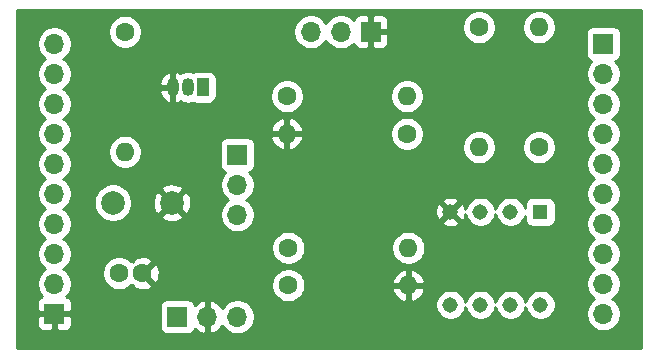
<source format=gbr>
%TF.GenerationSoftware,KiCad,Pcbnew,(5.1.7)-1*%
%TF.CreationDate,2020-12-07T21:31:33+00:00*%
%TF.ProjectId,AccCirc,41636343-6972-4632-9e6b-696361645f70,rev?*%
%TF.SameCoordinates,Original*%
%TF.FileFunction,Copper,L2,Bot*%
%TF.FilePolarity,Positive*%
%FSLAX46Y46*%
G04 Gerber Fmt 4.6, Leading zero omitted, Abs format (unit mm)*
G04 Created by KiCad (PCBNEW (5.1.7)-1) date 2020-12-07 21:31:33*
%MOMM*%
%LPD*%
G01*
G04 APERTURE LIST*
%TA.AperFunction,ComponentPad*%
%ADD10O,1.700000X1.700000*%
%TD*%
%TA.AperFunction,ComponentPad*%
%ADD11R,1.700000X1.700000*%
%TD*%
%TA.AperFunction,ComponentPad*%
%ADD12C,2.000000*%
%TD*%
%TA.AperFunction,ComponentPad*%
%ADD13C,1.308000*%
%TD*%
%TA.AperFunction,ComponentPad*%
%ADD14R,1.308000X1.308000*%
%TD*%
%TA.AperFunction,ComponentPad*%
%ADD15R,1.050000X1.500000*%
%TD*%
%TA.AperFunction,ComponentPad*%
%ADD16O,1.050000X1.500000*%
%TD*%
%TA.AperFunction,ComponentPad*%
%ADD17O,1.600000X1.600000*%
%TD*%
%TA.AperFunction,ComponentPad*%
%ADD18C,1.600000*%
%TD*%
%TA.AperFunction,Conductor*%
%ADD19C,0.254000*%
%TD*%
%TA.AperFunction,Conductor*%
%ADD20C,0.100000*%
%TD*%
G04 APERTURE END LIST*
D10*
%TO.P,J4,3*%
%TO.N,VDD*%
X46863000Y-50419000D03*
%TO.P,J4,2*%
%TO.N,GND*%
X44323000Y-50419000D03*
D11*
%TO.P,J4,1*%
%TO.N,Net-(J4-Pad1)*%
X41783000Y-50419000D03*
%TD*%
D12*
%TO.P,C1,2*%
%TO.N,GND*%
X41322000Y-40767000D03*
%TO.P,C1,1*%
%TO.N,VDD*%
X36322000Y-40767000D03*
%TD*%
D13*
%TO.P,U1,7*%
%TO.N,Net-(J3-Pad3)*%
X69977000Y-49401000D03*
%TO.P,U1,6*%
X67437000Y-49401000D03*
%TO.P,U1,8*%
%TO.N,VDD*%
X72517000Y-49401000D03*
%TO.P,U1,5*%
%TO.N,Net-(R6-Pad2)*%
X64897000Y-49401000D03*
D14*
%TO.P,U1,1*%
%TO.N,Net-(J2-Pad1)*%
X72517000Y-41531000D03*
D13*
%TO.P,U1,4*%
%TO.N,GND*%
X64897000Y-41531000D03*
%TO.P,U1,2*%
%TO.N,Net-(R1-Pad1)*%
X69977000Y-41531000D03*
%TO.P,U1,3*%
%TO.N,Net-(R3-Pad2)*%
X67437000Y-41531000D03*
%TD*%
D15*
%TO.P,U3,1*%
%TO.N,N/C*%
X43942000Y-30988000D03*
D16*
%TO.P,U3,3*%
%TO.N,GND*%
X41402000Y-30988000D03*
%TO.P,U3,2*%
%TO.N,Net-(J3-Pad1)*%
X42672000Y-30988000D03*
%TD*%
D17*
%TO.P,R7,2*%
%TO.N,GND*%
X61341000Y-47752000D03*
D18*
%TO.P,R7,1*%
%TO.N,Net-(R6-Pad2)*%
X51181000Y-47752000D03*
%TD*%
D17*
%TO.P,R6,2*%
%TO.N,Net-(R6-Pad2)*%
X61341000Y-44577000D03*
D18*
%TO.P,R6,1*%
%TO.N,VDD*%
X51181000Y-44577000D03*
%TD*%
D17*
%TO.P,R5,2*%
%TO.N,Net-(J3-Pad1)*%
X37338000Y-36449000D03*
D18*
%TO.P,R5,1*%
%TO.N,VDD*%
X37338000Y-26289000D03*
%TD*%
D17*
%TO.P,R4,2*%
%TO.N,GND*%
X51054000Y-34925000D03*
D18*
%TO.P,R4,1*%
%TO.N,Net-(R3-Pad2)*%
X61214000Y-34925000D03*
%TD*%
D17*
%TO.P,R3,2*%
%TO.N,Net-(R3-Pad2)*%
X61214000Y-31750000D03*
D18*
%TO.P,R3,1*%
%TO.N,Net-(J3-Pad2)*%
X51054000Y-31750000D03*
%TD*%
D17*
%TO.P,R2,2*%
%TO.N,Net-(R1-Pad1)*%
X72390000Y-25908000D03*
D18*
%TO.P,R2,1*%
%TO.N,Net-(J2-Pad1)*%
X72390000Y-36068000D03*
%TD*%
D17*
%TO.P,R1,2*%
%TO.N,Net-(J1-Pad2)*%
X67310000Y-36068000D03*
D18*
%TO.P,R1,1*%
%TO.N,Net-(R1-Pad1)*%
X67310000Y-25908000D03*
%TD*%
D10*
%TO.P,J5,10*%
%TO.N,Net-(J5-Pad10)*%
X31369000Y-27305000D03*
%TO.P,J5,9*%
%TO.N,Net-(J5-Pad9)*%
X31369000Y-29845000D03*
%TO.P,J5,8*%
%TO.N,Net-(J5-Pad8)*%
X31369000Y-32385000D03*
%TO.P,J5,7*%
%TO.N,Net-(J5-Pad7)*%
X31369000Y-34925000D03*
%TO.P,J5,6*%
%TO.N,Net-(J5-Pad6)*%
X31369000Y-37465000D03*
%TO.P,J5,5*%
%TO.N,Net-(J5-Pad5)*%
X31369000Y-40005000D03*
%TO.P,J5,4*%
%TO.N,Net-(J4-Pad1)*%
X31369000Y-42545000D03*
%TO.P,J5,3*%
%TO.N,Net-(J5-Pad3)*%
X31369000Y-45085000D03*
%TO.P,J5,2*%
%TO.N,Net-(J5-Pad2)*%
X31369000Y-47625000D03*
D11*
%TO.P,J5,1*%
%TO.N,GND*%
X31369000Y-50165000D03*
%TD*%
D10*
%TO.P,J3,3*%
%TO.N,Net-(J3-Pad3)*%
X46863000Y-41783000D03*
%TO.P,J3,2*%
%TO.N,Net-(J3-Pad2)*%
X46863000Y-39243000D03*
D11*
%TO.P,J3,1*%
%TO.N,Net-(J3-Pad1)*%
X46863000Y-36703000D03*
%TD*%
D10*
%TO.P,J2,10*%
%TO.N,Net-(J2-Pad10)*%
X77851000Y-50165000D03*
%TO.P,J2,9*%
%TO.N,Net-(J2-Pad9)*%
X77851000Y-47625000D03*
%TO.P,J2,8*%
%TO.N,Net-(J2-Pad8)*%
X77851000Y-45085000D03*
%TO.P,J2,7*%
%TO.N,Net-(J2-Pad7)*%
X77851000Y-42545000D03*
%TO.P,J2,6*%
%TO.N,Net-(J2-Pad6)*%
X77851000Y-40005000D03*
%TO.P,J2,5*%
%TO.N,Net-(J2-Pad5)*%
X77851000Y-37465000D03*
%TO.P,J2,4*%
%TO.N,Net-(J2-Pad4)*%
X77851000Y-34925000D03*
%TO.P,J2,3*%
%TO.N,Net-(J2-Pad3)*%
X77851000Y-32385000D03*
%TO.P,J2,2*%
%TO.N,Net-(J2-Pad2)*%
X77851000Y-29845000D03*
D11*
%TO.P,J2,1*%
%TO.N,Net-(J2-Pad1)*%
X77851000Y-27305000D03*
%TD*%
D10*
%TO.P,J1,3*%
%TO.N,VDD*%
X53086000Y-26289000D03*
%TO.P,J1,2*%
%TO.N,Net-(J1-Pad2)*%
X55626000Y-26289000D03*
D11*
%TO.P,J1,1*%
%TO.N,GND*%
X58166000Y-26289000D03*
%TD*%
D18*
%TO.P,C2,2*%
%TO.N,GND*%
X38830000Y-46736000D03*
%TO.P,C2,1*%
%TO.N,VDD*%
X36830000Y-46736000D03*
%TD*%
D19*
%TO.N,GND*%
X81001001Y-53061000D02*
X28219000Y-53061000D01*
X28219000Y-51015000D01*
X29880928Y-51015000D01*
X29893188Y-51139482D01*
X29929498Y-51259180D01*
X29988463Y-51369494D01*
X30067815Y-51466185D01*
X30164506Y-51545537D01*
X30274820Y-51604502D01*
X30394518Y-51640812D01*
X30519000Y-51653072D01*
X31083250Y-51650000D01*
X31242000Y-51491250D01*
X31242000Y-50292000D01*
X31496000Y-50292000D01*
X31496000Y-51491250D01*
X31654750Y-51650000D01*
X32219000Y-51653072D01*
X32343482Y-51640812D01*
X32463180Y-51604502D01*
X32573494Y-51545537D01*
X32670185Y-51466185D01*
X32749537Y-51369494D01*
X32808502Y-51259180D01*
X32844812Y-51139482D01*
X32857072Y-51015000D01*
X32854000Y-50450750D01*
X32695250Y-50292000D01*
X31496000Y-50292000D01*
X31242000Y-50292000D01*
X30042750Y-50292000D01*
X29884000Y-50450750D01*
X29880928Y-51015000D01*
X28219000Y-51015000D01*
X28219000Y-49315000D01*
X29880928Y-49315000D01*
X29884000Y-49879250D01*
X30042750Y-50038000D01*
X31242000Y-50038000D01*
X31242000Y-50018000D01*
X31496000Y-50018000D01*
X31496000Y-50038000D01*
X32695250Y-50038000D01*
X32854000Y-49879250D01*
X32855689Y-49569000D01*
X40294928Y-49569000D01*
X40294928Y-51269000D01*
X40307188Y-51393482D01*
X40343498Y-51513180D01*
X40402463Y-51623494D01*
X40481815Y-51720185D01*
X40578506Y-51799537D01*
X40688820Y-51858502D01*
X40808518Y-51894812D01*
X40933000Y-51907072D01*
X42633000Y-51907072D01*
X42757482Y-51894812D01*
X42877180Y-51858502D01*
X42987494Y-51799537D01*
X43084185Y-51720185D01*
X43163537Y-51623494D01*
X43222502Y-51513180D01*
X43246966Y-51432534D01*
X43322731Y-51516588D01*
X43556080Y-51690641D01*
X43818901Y-51815825D01*
X43966110Y-51860476D01*
X44196000Y-51739155D01*
X44196000Y-50546000D01*
X44176000Y-50546000D01*
X44176000Y-50292000D01*
X44196000Y-50292000D01*
X44196000Y-49098845D01*
X44450000Y-49098845D01*
X44450000Y-50292000D01*
X44470000Y-50292000D01*
X44470000Y-50546000D01*
X44450000Y-50546000D01*
X44450000Y-51739155D01*
X44679890Y-51860476D01*
X44827099Y-51815825D01*
X45089920Y-51690641D01*
X45323269Y-51516588D01*
X45518178Y-51300355D01*
X45587805Y-51183466D01*
X45709525Y-51365632D01*
X45916368Y-51572475D01*
X46159589Y-51734990D01*
X46429842Y-51846932D01*
X46716740Y-51904000D01*
X47009260Y-51904000D01*
X47296158Y-51846932D01*
X47566411Y-51734990D01*
X47809632Y-51572475D01*
X48016475Y-51365632D01*
X48178990Y-51122411D01*
X48290932Y-50852158D01*
X48348000Y-50565260D01*
X48348000Y-50272740D01*
X48290932Y-49985842D01*
X48178990Y-49715589D01*
X48016475Y-49472368D01*
X47818152Y-49274045D01*
X63608000Y-49274045D01*
X63608000Y-49527955D01*
X63657535Y-49776987D01*
X63754703Y-50011570D01*
X63895768Y-50222690D01*
X64075310Y-50402232D01*
X64286430Y-50543297D01*
X64521013Y-50640465D01*
X64770045Y-50690000D01*
X65023955Y-50690000D01*
X65272987Y-50640465D01*
X65507570Y-50543297D01*
X65718690Y-50402232D01*
X65898232Y-50222690D01*
X66039297Y-50011570D01*
X66136465Y-49776987D01*
X66167000Y-49623476D01*
X66197535Y-49776987D01*
X66294703Y-50011570D01*
X66435768Y-50222690D01*
X66615310Y-50402232D01*
X66826430Y-50543297D01*
X67061013Y-50640465D01*
X67310045Y-50690000D01*
X67563955Y-50690000D01*
X67812987Y-50640465D01*
X68047570Y-50543297D01*
X68258690Y-50402232D01*
X68438232Y-50222690D01*
X68579297Y-50011570D01*
X68676465Y-49776987D01*
X68707000Y-49623476D01*
X68737535Y-49776987D01*
X68834703Y-50011570D01*
X68975768Y-50222690D01*
X69155310Y-50402232D01*
X69366430Y-50543297D01*
X69601013Y-50640465D01*
X69850045Y-50690000D01*
X70103955Y-50690000D01*
X70352987Y-50640465D01*
X70587570Y-50543297D01*
X70798690Y-50402232D01*
X70978232Y-50222690D01*
X71119297Y-50011570D01*
X71216465Y-49776987D01*
X71247000Y-49623476D01*
X71277535Y-49776987D01*
X71374703Y-50011570D01*
X71515768Y-50222690D01*
X71695310Y-50402232D01*
X71906430Y-50543297D01*
X72141013Y-50640465D01*
X72390045Y-50690000D01*
X72643955Y-50690000D01*
X72892987Y-50640465D01*
X73127570Y-50543297D01*
X73338690Y-50402232D01*
X73518232Y-50222690D01*
X73659297Y-50011570D01*
X73756465Y-49776987D01*
X73806000Y-49527955D01*
X73806000Y-49274045D01*
X73756465Y-49025013D01*
X73659297Y-48790430D01*
X73518232Y-48579310D01*
X73338690Y-48399768D01*
X73127570Y-48258703D01*
X72892987Y-48161535D01*
X72643955Y-48112000D01*
X72390045Y-48112000D01*
X72141013Y-48161535D01*
X71906430Y-48258703D01*
X71695310Y-48399768D01*
X71515768Y-48579310D01*
X71374703Y-48790430D01*
X71277535Y-49025013D01*
X71247000Y-49178524D01*
X71216465Y-49025013D01*
X71119297Y-48790430D01*
X70978232Y-48579310D01*
X70798690Y-48399768D01*
X70587570Y-48258703D01*
X70352987Y-48161535D01*
X70103955Y-48112000D01*
X69850045Y-48112000D01*
X69601013Y-48161535D01*
X69366430Y-48258703D01*
X69155310Y-48399768D01*
X68975768Y-48579310D01*
X68834703Y-48790430D01*
X68737535Y-49025013D01*
X68707000Y-49178524D01*
X68676465Y-49025013D01*
X68579297Y-48790430D01*
X68438232Y-48579310D01*
X68258690Y-48399768D01*
X68047570Y-48258703D01*
X67812987Y-48161535D01*
X67563955Y-48112000D01*
X67310045Y-48112000D01*
X67061013Y-48161535D01*
X66826430Y-48258703D01*
X66615310Y-48399768D01*
X66435768Y-48579310D01*
X66294703Y-48790430D01*
X66197535Y-49025013D01*
X66167000Y-49178524D01*
X66136465Y-49025013D01*
X66039297Y-48790430D01*
X65898232Y-48579310D01*
X65718690Y-48399768D01*
X65507570Y-48258703D01*
X65272987Y-48161535D01*
X65023955Y-48112000D01*
X64770045Y-48112000D01*
X64521013Y-48161535D01*
X64286430Y-48258703D01*
X64075310Y-48399768D01*
X63895768Y-48579310D01*
X63754703Y-48790430D01*
X63657535Y-49025013D01*
X63608000Y-49274045D01*
X47818152Y-49274045D01*
X47809632Y-49265525D01*
X47566411Y-49103010D01*
X47296158Y-48991068D01*
X47009260Y-48934000D01*
X46716740Y-48934000D01*
X46429842Y-48991068D01*
X46159589Y-49103010D01*
X45916368Y-49265525D01*
X45709525Y-49472368D01*
X45587805Y-49654534D01*
X45518178Y-49537645D01*
X45323269Y-49321412D01*
X45089920Y-49147359D01*
X44827099Y-49022175D01*
X44679890Y-48977524D01*
X44450000Y-49098845D01*
X44196000Y-49098845D01*
X43966110Y-48977524D01*
X43818901Y-49022175D01*
X43556080Y-49147359D01*
X43322731Y-49321412D01*
X43246966Y-49405466D01*
X43222502Y-49324820D01*
X43163537Y-49214506D01*
X43084185Y-49117815D01*
X42987494Y-49038463D01*
X42877180Y-48979498D01*
X42757482Y-48943188D01*
X42633000Y-48930928D01*
X40933000Y-48930928D01*
X40808518Y-48943188D01*
X40688820Y-48979498D01*
X40578506Y-49038463D01*
X40481815Y-49117815D01*
X40402463Y-49214506D01*
X40343498Y-49324820D01*
X40307188Y-49444518D01*
X40294928Y-49569000D01*
X32855689Y-49569000D01*
X32857072Y-49315000D01*
X32844812Y-49190518D01*
X32808502Y-49070820D01*
X32749537Y-48960506D01*
X32670185Y-48863815D01*
X32573494Y-48784463D01*
X32463180Y-48725498D01*
X32390620Y-48703487D01*
X32522475Y-48571632D01*
X32684990Y-48328411D01*
X32796932Y-48058158D01*
X32854000Y-47771260D01*
X32854000Y-47478740D01*
X32796932Y-47191842D01*
X32684990Y-46921589D01*
X32522475Y-46678368D01*
X32438772Y-46594665D01*
X35395000Y-46594665D01*
X35395000Y-46877335D01*
X35450147Y-47154574D01*
X35558320Y-47415727D01*
X35715363Y-47650759D01*
X35915241Y-47850637D01*
X36150273Y-48007680D01*
X36411426Y-48115853D01*
X36688665Y-48171000D01*
X36971335Y-48171000D01*
X37248574Y-48115853D01*
X37509727Y-48007680D01*
X37744759Y-47850637D01*
X37825525Y-47769872D01*
X37900630Y-47844977D01*
X38016903Y-47728704D01*
X38088486Y-47972671D01*
X38343996Y-48093571D01*
X38618184Y-48162300D01*
X38900512Y-48176217D01*
X39180130Y-48134787D01*
X39446292Y-48039603D01*
X39571514Y-47972671D01*
X39643097Y-47728702D01*
X39525060Y-47610665D01*
X49746000Y-47610665D01*
X49746000Y-47893335D01*
X49801147Y-48170574D01*
X49909320Y-48431727D01*
X50066363Y-48666759D01*
X50266241Y-48866637D01*
X50501273Y-49023680D01*
X50762426Y-49131853D01*
X51039665Y-49187000D01*
X51322335Y-49187000D01*
X51599574Y-49131853D01*
X51860727Y-49023680D01*
X52095759Y-48866637D01*
X52295637Y-48666759D01*
X52452680Y-48431727D01*
X52560853Y-48170574D01*
X52574684Y-48101039D01*
X59949096Y-48101039D01*
X59989754Y-48235087D01*
X60109963Y-48489420D01*
X60277481Y-48715414D01*
X60485869Y-48904385D01*
X60727119Y-49049070D01*
X60991960Y-49143909D01*
X61214000Y-49022624D01*
X61214000Y-47879000D01*
X61468000Y-47879000D01*
X61468000Y-49022624D01*
X61690040Y-49143909D01*
X61954881Y-49049070D01*
X62196131Y-48904385D01*
X62404519Y-48715414D01*
X62572037Y-48489420D01*
X62692246Y-48235087D01*
X62732904Y-48101039D01*
X62610915Y-47879000D01*
X61468000Y-47879000D01*
X61214000Y-47879000D01*
X60071085Y-47879000D01*
X59949096Y-48101039D01*
X52574684Y-48101039D01*
X52616000Y-47893335D01*
X52616000Y-47610665D01*
X52574685Y-47402961D01*
X59949096Y-47402961D01*
X60071085Y-47625000D01*
X61214000Y-47625000D01*
X61214000Y-46481376D01*
X61468000Y-46481376D01*
X61468000Y-47625000D01*
X62610915Y-47625000D01*
X62732904Y-47402961D01*
X62692246Y-47268913D01*
X62572037Y-47014580D01*
X62404519Y-46788586D01*
X62196131Y-46599615D01*
X61954881Y-46454930D01*
X61690040Y-46360091D01*
X61468000Y-46481376D01*
X61214000Y-46481376D01*
X60991960Y-46360091D01*
X60727119Y-46454930D01*
X60485869Y-46599615D01*
X60277481Y-46788586D01*
X60109963Y-47014580D01*
X59989754Y-47268913D01*
X59949096Y-47402961D01*
X52574685Y-47402961D01*
X52560853Y-47333426D01*
X52452680Y-47072273D01*
X52295637Y-46837241D01*
X52095759Y-46637363D01*
X51860727Y-46480320D01*
X51599574Y-46372147D01*
X51322335Y-46317000D01*
X51039665Y-46317000D01*
X50762426Y-46372147D01*
X50501273Y-46480320D01*
X50266241Y-46637363D01*
X50066363Y-46837241D01*
X49909320Y-47072273D01*
X49801147Y-47333426D01*
X49746000Y-47610665D01*
X39525060Y-47610665D01*
X38830000Y-46915605D01*
X38815858Y-46929748D01*
X38636253Y-46750143D01*
X38650395Y-46736000D01*
X39009605Y-46736000D01*
X39822702Y-47549097D01*
X40066671Y-47477514D01*
X40187571Y-47222004D01*
X40256300Y-46947816D01*
X40270217Y-46665488D01*
X40228787Y-46385870D01*
X40133603Y-46119708D01*
X40066671Y-45994486D01*
X39822702Y-45922903D01*
X39009605Y-46736000D01*
X38650395Y-46736000D01*
X38636253Y-46721858D01*
X38815858Y-46542253D01*
X38830000Y-46556395D01*
X39643097Y-45743298D01*
X39571514Y-45499329D01*
X39316004Y-45378429D01*
X39041816Y-45309700D01*
X38759488Y-45295783D01*
X38479870Y-45337213D01*
X38213708Y-45432397D01*
X38088486Y-45499329D01*
X38016903Y-45743296D01*
X37900630Y-45627023D01*
X37825525Y-45702129D01*
X37744759Y-45621363D01*
X37509727Y-45464320D01*
X37248574Y-45356147D01*
X36971335Y-45301000D01*
X36688665Y-45301000D01*
X36411426Y-45356147D01*
X36150273Y-45464320D01*
X35915241Y-45621363D01*
X35715363Y-45821241D01*
X35558320Y-46056273D01*
X35450147Y-46317426D01*
X35395000Y-46594665D01*
X32438772Y-46594665D01*
X32315632Y-46471525D01*
X32141240Y-46355000D01*
X32315632Y-46238475D01*
X32522475Y-46031632D01*
X32684990Y-45788411D01*
X32796932Y-45518158D01*
X32854000Y-45231260D01*
X32854000Y-44938740D01*
X32796932Y-44651842D01*
X32707389Y-44435665D01*
X49746000Y-44435665D01*
X49746000Y-44718335D01*
X49801147Y-44995574D01*
X49909320Y-45256727D01*
X50066363Y-45491759D01*
X50266241Y-45691637D01*
X50501273Y-45848680D01*
X50762426Y-45956853D01*
X51039665Y-46012000D01*
X51322335Y-46012000D01*
X51599574Y-45956853D01*
X51860727Y-45848680D01*
X52095759Y-45691637D01*
X52295637Y-45491759D01*
X52452680Y-45256727D01*
X52560853Y-44995574D01*
X52616000Y-44718335D01*
X52616000Y-44435665D01*
X59906000Y-44435665D01*
X59906000Y-44718335D01*
X59961147Y-44995574D01*
X60069320Y-45256727D01*
X60226363Y-45491759D01*
X60426241Y-45691637D01*
X60661273Y-45848680D01*
X60922426Y-45956853D01*
X61199665Y-46012000D01*
X61482335Y-46012000D01*
X61759574Y-45956853D01*
X62020727Y-45848680D01*
X62255759Y-45691637D01*
X62455637Y-45491759D01*
X62612680Y-45256727D01*
X62720853Y-44995574D01*
X62776000Y-44718335D01*
X62776000Y-44435665D01*
X62720853Y-44158426D01*
X62612680Y-43897273D01*
X62455637Y-43662241D01*
X62255759Y-43462363D01*
X62020727Y-43305320D01*
X61759574Y-43197147D01*
X61482335Y-43142000D01*
X61199665Y-43142000D01*
X60922426Y-43197147D01*
X60661273Y-43305320D01*
X60426241Y-43462363D01*
X60226363Y-43662241D01*
X60069320Y-43897273D01*
X59961147Y-44158426D01*
X59906000Y-44435665D01*
X52616000Y-44435665D01*
X52560853Y-44158426D01*
X52452680Y-43897273D01*
X52295637Y-43662241D01*
X52095759Y-43462363D01*
X51860727Y-43305320D01*
X51599574Y-43197147D01*
X51322335Y-43142000D01*
X51039665Y-43142000D01*
X50762426Y-43197147D01*
X50501273Y-43305320D01*
X50266241Y-43462363D01*
X50066363Y-43662241D01*
X49909320Y-43897273D01*
X49801147Y-44158426D01*
X49746000Y-44435665D01*
X32707389Y-44435665D01*
X32684990Y-44381589D01*
X32522475Y-44138368D01*
X32315632Y-43931525D01*
X32141240Y-43815000D01*
X32315632Y-43698475D01*
X32522475Y-43491632D01*
X32684990Y-43248411D01*
X32796932Y-42978158D01*
X32854000Y-42691260D01*
X32854000Y-42398740D01*
X32796932Y-42111842D01*
X32684990Y-41841589D01*
X32522475Y-41598368D01*
X32315632Y-41391525D01*
X32141240Y-41275000D01*
X32315632Y-41158475D01*
X32522475Y-40951632D01*
X32684990Y-40708411D01*
X32727423Y-40605967D01*
X34687000Y-40605967D01*
X34687000Y-40928033D01*
X34749832Y-41243912D01*
X34873082Y-41541463D01*
X35052013Y-41809252D01*
X35279748Y-42036987D01*
X35547537Y-42215918D01*
X35845088Y-42339168D01*
X36160967Y-42402000D01*
X36483033Y-42402000D01*
X36798912Y-42339168D01*
X37096463Y-42215918D01*
X37364252Y-42036987D01*
X37498826Y-41902413D01*
X40366192Y-41902413D01*
X40461956Y-42166814D01*
X40751571Y-42307704D01*
X41063108Y-42389384D01*
X41384595Y-42408718D01*
X41703675Y-42364961D01*
X42008088Y-42259795D01*
X42182044Y-42166814D01*
X42277808Y-41902413D01*
X41322000Y-40946605D01*
X40366192Y-41902413D01*
X37498826Y-41902413D01*
X37591987Y-41809252D01*
X37770918Y-41541463D01*
X37894168Y-41243912D01*
X37957000Y-40928033D01*
X37957000Y-40829595D01*
X39680282Y-40829595D01*
X39724039Y-41148675D01*
X39829205Y-41453088D01*
X39922186Y-41627044D01*
X40186587Y-41722808D01*
X41142395Y-40767000D01*
X41501605Y-40767000D01*
X42457413Y-41722808D01*
X42721814Y-41627044D01*
X42862704Y-41337429D01*
X42944384Y-41025892D01*
X42963718Y-40704405D01*
X42919961Y-40385325D01*
X42814795Y-40080912D01*
X42721814Y-39906956D01*
X42457413Y-39811192D01*
X41501605Y-40767000D01*
X41142395Y-40767000D01*
X40186587Y-39811192D01*
X39922186Y-39906956D01*
X39781296Y-40196571D01*
X39699616Y-40508108D01*
X39680282Y-40829595D01*
X37957000Y-40829595D01*
X37957000Y-40605967D01*
X37894168Y-40290088D01*
X37770918Y-39992537D01*
X37591987Y-39724748D01*
X37498826Y-39631587D01*
X40366192Y-39631587D01*
X41322000Y-40587395D01*
X42277808Y-39631587D01*
X42182044Y-39367186D01*
X41892429Y-39226296D01*
X41580892Y-39144616D01*
X41259405Y-39125282D01*
X40940325Y-39169039D01*
X40635912Y-39274205D01*
X40461956Y-39367186D01*
X40366192Y-39631587D01*
X37498826Y-39631587D01*
X37364252Y-39497013D01*
X37096463Y-39318082D01*
X36798912Y-39194832D01*
X36483033Y-39132000D01*
X36160967Y-39132000D01*
X35845088Y-39194832D01*
X35547537Y-39318082D01*
X35279748Y-39497013D01*
X35052013Y-39724748D01*
X34873082Y-39992537D01*
X34749832Y-40290088D01*
X34687000Y-40605967D01*
X32727423Y-40605967D01*
X32796932Y-40438158D01*
X32854000Y-40151260D01*
X32854000Y-39858740D01*
X32796932Y-39571842D01*
X32684990Y-39301589D01*
X32522475Y-39058368D01*
X32315632Y-38851525D01*
X32141240Y-38735000D01*
X32315632Y-38618475D01*
X32522475Y-38411632D01*
X32684990Y-38168411D01*
X32796932Y-37898158D01*
X32854000Y-37611260D01*
X32854000Y-37318740D01*
X32796932Y-37031842D01*
X32684990Y-36761589D01*
X32522475Y-36518368D01*
X32315632Y-36311525D01*
X32309856Y-36307665D01*
X35903000Y-36307665D01*
X35903000Y-36590335D01*
X35958147Y-36867574D01*
X36066320Y-37128727D01*
X36223363Y-37363759D01*
X36423241Y-37563637D01*
X36658273Y-37720680D01*
X36919426Y-37828853D01*
X37196665Y-37884000D01*
X37479335Y-37884000D01*
X37756574Y-37828853D01*
X38017727Y-37720680D01*
X38252759Y-37563637D01*
X38452637Y-37363759D01*
X38609680Y-37128727D01*
X38717853Y-36867574D01*
X38773000Y-36590335D01*
X38773000Y-36307665D01*
X38717853Y-36030426D01*
X38644361Y-35853000D01*
X45374928Y-35853000D01*
X45374928Y-37553000D01*
X45387188Y-37677482D01*
X45423498Y-37797180D01*
X45482463Y-37907494D01*
X45561815Y-38004185D01*
X45658506Y-38083537D01*
X45768820Y-38142502D01*
X45841380Y-38164513D01*
X45709525Y-38296368D01*
X45547010Y-38539589D01*
X45435068Y-38809842D01*
X45378000Y-39096740D01*
X45378000Y-39389260D01*
X45435068Y-39676158D01*
X45547010Y-39946411D01*
X45709525Y-40189632D01*
X45916368Y-40396475D01*
X46090760Y-40513000D01*
X45916368Y-40629525D01*
X45709525Y-40836368D01*
X45547010Y-41079589D01*
X45435068Y-41349842D01*
X45378000Y-41636740D01*
X45378000Y-41929260D01*
X45435068Y-42216158D01*
X45547010Y-42486411D01*
X45709525Y-42729632D01*
X45916368Y-42936475D01*
X46159589Y-43098990D01*
X46429842Y-43210932D01*
X46716740Y-43268000D01*
X47009260Y-43268000D01*
X47296158Y-43210932D01*
X47566411Y-43098990D01*
X47809632Y-42936475D01*
X48016475Y-42729632D01*
X48178990Y-42486411D01*
X48206752Y-42419387D01*
X64188218Y-42419387D01*
X64242093Y-42648468D01*
X64472684Y-42754763D01*
X64719581Y-42814028D01*
X64973296Y-42823988D01*
X65224079Y-42784259D01*
X65462293Y-42696368D01*
X65551907Y-42648468D01*
X65605782Y-42419387D01*
X64897000Y-41710605D01*
X64188218Y-42419387D01*
X48206752Y-42419387D01*
X48290932Y-42216158D01*
X48348000Y-41929260D01*
X48348000Y-41636740D01*
X48342144Y-41607296D01*
X63604012Y-41607296D01*
X63643741Y-41858079D01*
X63731632Y-42096293D01*
X63779532Y-42185907D01*
X64008613Y-42239782D01*
X64717395Y-41531000D01*
X65076605Y-41531000D01*
X65785387Y-42239782D01*
X66014468Y-42185907D01*
X66120763Y-41955316D01*
X66168003Y-41758516D01*
X66197535Y-41906987D01*
X66294703Y-42141570D01*
X66435768Y-42352690D01*
X66615310Y-42532232D01*
X66826430Y-42673297D01*
X67061013Y-42770465D01*
X67310045Y-42820000D01*
X67563955Y-42820000D01*
X67812987Y-42770465D01*
X68047570Y-42673297D01*
X68258690Y-42532232D01*
X68438232Y-42352690D01*
X68579297Y-42141570D01*
X68676465Y-41906987D01*
X68707000Y-41753476D01*
X68737535Y-41906987D01*
X68834703Y-42141570D01*
X68975768Y-42352690D01*
X69155310Y-42532232D01*
X69366430Y-42673297D01*
X69601013Y-42770465D01*
X69850045Y-42820000D01*
X70103955Y-42820000D01*
X70352987Y-42770465D01*
X70587570Y-42673297D01*
X70798690Y-42532232D01*
X70978232Y-42352690D01*
X71119297Y-42141570D01*
X71216465Y-41906987D01*
X71224928Y-41864440D01*
X71224928Y-42185000D01*
X71237188Y-42309482D01*
X71273498Y-42429180D01*
X71332463Y-42539494D01*
X71411815Y-42636185D01*
X71508506Y-42715537D01*
X71618820Y-42774502D01*
X71738518Y-42810812D01*
X71863000Y-42823072D01*
X73171000Y-42823072D01*
X73295482Y-42810812D01*
X73415180Y-42774502D01*
X73525494Y-42715537D01*
X73622185Y-42636185D01*
X73701537Y-42539494D01*
X73760502Y-42429180D01*
X73796812Y-42309482D01*
X73809072Y-42185000D01*
X73809072Y-40877000D01*
X73796812Y-40752518D01*
X73760502Y-40632820D01*
X73701537Y-40522506D01*
X73622185Y-40425815D01*
X73525494Y-40346463D01*
X73415180Y-40287498D01*
X73295482Y-40251188D01*
X73171000Y-40238928D01*
X71863000Y-40238928D01*
X71738518Y-40251188D01*
X71618820Y-40287498D01*
X71508506Y-40346463D01*
X71411815Y-40425815D01*
X71332463Y-40522506D01*
X71273498Y-40632820D01*
X71237188Y-40752518D01*
X71224928Y-40877000D01*
X71224928Y-41197560D01*
X71216465Y-41155013D01*
X71119297Y-40920430D01*
X70978232Y-40709310D01*
X70798690Y-40529768D01*
X70587570Y-40388703D01*
X70352987Y-40291535D01*
X70103955Y-40242000D01*
X69850045Y-40242000D01*
X69601013Y-40291535D01*
X69366430Y-40388703D01*
X69155310Y-40529768D01*
X68975768Y-40709310D01*
X68834703Y-40920430D01*
X68737535Y-41155013D01*
X68707000Y-41308524D01*
X68676465Y-41155013D01*
X68579297Y-40920430D01*
X68438232Y-40709310D01*
X68258690Y-40529768D01*
X68047570Y-40388703D01*
X67812987Y-40291535D01*
X67563955Y-40242000D01*
X67310045Y-40242000D01*
X67061013Y-40291535D01*
X66826430Y-40388703D01*
X66615310Y-40529768D01*
X66435768Y-40709310D01*
X66294703Y-40920430D01*
X66197535Y-41155013D01*
X66166906Y-41308999D01*
X66150259Y-41203921D01*
X66062368Y-40965707D01*
X66014468Y-40876093D01*
X65785387Y-40822218D01*
X65076605Y-41531000D01*
X64717395Y-41531000D01*
X64008613Y-40822218D01*
X63779532Y-40876093D01*
X63673237Y-41106684D01*
X63613972Y-41353581D01*
X63604012Y-41607296D01*
X48342144Y-41607296D01*
X48290932Y-41349842D01*
X48178990Y-41079589D01*
X48016475Y-40836368D01*
X47822720Y-40642613D01*
X64188218Y-40642613D01*
X64897000Y-41351395D01*
X65605782Y-40642613D01*
X65551907Y-40413532D01*
X65321316Y-40307237D01*
X65074419Y-40247972D01*
X64820704Y-40238012D01*
X64569921Y-40277741D01*
X64331707Y-40365632D01*
X64242093Y-40413532D01*
X64188218Y-40642613D01*
X47822720Y-40642613D01*
X47809632Y-40629525D01*
X47635240Y-40513000D01*
X47809632Y-40396475D01*
X48016475Y-40189632D01*
X48178990Y-39946411D01*
X48290932Y-39676158D01*
X48348000Y-39389260D01*
X48348000Y-39096740D01*
X48290932Y-38809842D01*
X48178990Y-38539589D01*
X48016475Y-38296368D01*
X47884620Y-38164513D01*
X47957180Y-38142502D01*
X48067494Y-38083537D01*
X48164185Y-38004185D01*
X48243537Y-37907494D01*
X48302502Y-37797180D01*
X48338812Y-37677482D01*
X48351072Y-37553000D01*
X48351072Y-35853000D01*
X48338812Y-35728518D01*
X48302502Y-35608820D01*
X48243537Y-35498506D01*
X48164185Y-35401815D01*
X48067494Y-35322463D01*
X47976901Y-35274039D01*
X49662096Y-35274039D01*
X49702754Y-35408087D01*
X49822963Y-35662420D01*
X49990481Y-35888414D01*
X50198869Y-36077385D01*
X50440119Y-36222070D01*
X50704960Y-36316909D01*
X50927000Y-36195624D01*
X50927000Y-35052000D01*
X51181000Y-35052000D01*
X51181000Y-36195624D01*
X51403040Y-36316909D01*
X51667881Y-36222070D01*
X51909131Y-36077385D01*
X52117519Y-35888414D01*
X52285037Y-35662420D01*
X52405246Y-35408087D01*
X52445904Y-35274039D01*
X52323915Y-35052000D01*
X51181000Y-35052000D01*
X50927000Y-35052000D01*
X49784085Y-35052000D01*
X49662096Y-35274039D01*
X47976901Y-35274039D01*
X47957180Y-35263498D01*
X47837482Y-35227188D01*
X47713000Y-35214928D01*
X46013000Y-35214928D01*
X45888518Y-35227188D01*
X45768820Y-35263498D01*
X45658506Y-35322463D01*
X45561815Y-35401815D01*
X45482463Y-35498506D01*
X45423498Y-35608820D01*
X45387188Y-35728518D01*
X45374928Y-35853000D01*
X38644361Y-35853000D01*
X38609680Y-35769273D01*
X38452637Y-35534241D01*
X38252759Y-35334363D01*
X38017727Y-35177320D01*
X37756574Y-35069147D01*
X37479335Y-35014000D01*
X37196665Y-35014000D01*
X36919426Y-35069147D01*
X36658273Y-35177320D01*
X36423241Y-35334363D01*
X36223363Y-35534241D01*
X36066320Y-35769273D01*
X35958147Y-36030426D01*
X35903000Y-36307665D01*
X32309856Y-36307665D01*
X32141240Y-36195000D01*
X32315632Y-36078475D01*
X32522475Y-35871632D01*
X32684990Y-35628411D01*
X32796932Y-35358158D01*
X32854000Y-35071260D01*
X32854000Y-34778740D01*
X32813665Y-34575961D01*
X49662096Y-34575961D01*
X49784085Y-34798000D01*
X50927000Y-34798000D01*
X50927000Y-33654376D01*
X51181000Y-33654376D01*
X51181000Y-34798000D01*
X52323915Y-34798000D01*
X52331790Y-34783665D01*
X59779000Y-34783665D01*
X59779000Y-35066335D01*
X59834147Y-35343574D01*
X59942320Y-35604727D01*
X60099363Y-35839759D01*
X60299241Y-36039637D01*
X60534273Y-36196680D01*
X60795426Y-36304853D01*
X61072665Y-36360000D01*
X61355335Y-36360000D01*
X61632574Y-36304853D01*
X61893727Y-36196680D01*
X62128759Y-36039637D01*
X62241731Y-35926665D01*
X65875000Y-35926665D01*
X65875000Y-36209335D01*
X65930147Y-36486574D01*
X66038320Y-36747727D01*
X66195363Y-36982759D01*
X66395241Y-37182637D01*
X66630273Y-37339680D01*
X66891426Y-37447853D01*
X67168665Y-37503000D01*
X67451335Y-37503000D01*
X67728574Y-37447853D01*
X67989727Y-37339680D01*
X68224759Y-37182637D01*
X68424637Y-36982759D01*
X68581680Y-36747727D01*
X68689853Y-36486574D01*
X68745000Y-36209335D01*
X68745000Y-35926665D01*
X70955000Y-35926665D01*
X70955000Y-36209335D01*
X71010147Y-36486574D01*
X71118320Y-36747727D01*
X71275363Y-36982759D01*
X71475241Y-37182637D01*
X71710273Y-37339680D01*
X71971426Y-37447853D01*
X72248665Y-37503000D01*
X72531335Y-37503000D01*
X72808574Y-37447853D01*
X73069727Y-37339680D01*
X73304759Y-37182637D01*
X73504637Y-36982759D01*
X73661680Y-36747727D01*
X73769853Y-36486574D01*
X73825000Y-36209335D01*
X73825000Y-35926665D01*
X73769853Y-35649426D01*
X73661680Y-35388273D01*
X73504637Y-35153241D01*
X73304759Y-34953363D01*
X73069727Y-34796320D01*
X72808574Y-34688147D01*
X72531335Y-34633000D01*
X72248665Y-34633000D01*
X71971426Y-34688147D01*
X71710273Y-34796320D01*
X71475241Y-34953363D01*
X71275363Y-35153241D01*
X71118320Y-35388273D01*
X71010147Y-35649426D01*
X70955000Y-35926665D01*
X68745000Y-35926665D01*
X68689853Y-35649426D01*
X68581680Y-35388273D01*
X68424637Y-35153241D01*
X68224759Y-34953363D01*
X67989727Y-34796320D01*
X67728574Y-34688147D01*
X67451335Y-34633000D01*
X67168665Y-34633000D01*
X66891426Y-34688147D01*
X66630273Y-34796320D01*
X66395241Y-34953363D01*
X66195363Y-35153241D01*
X66038320Y-35388273D01*
X65930147Y-35649426D01*
X65875000Y-35926665D01*
X62241731Y-35926665D01*
X62328637Y-35839759D01*
X62485680Y-35604727D01*
X62593853Y-35343574D01*
X62649000Y-35066335D01*
X62649000Y-34783665D01*
X62593853Y-34506426D01*
X62485680Y-34245273D01*
X62328637Y-34010241D01*
X62128759Y-33810363D01*
X61893727Y-33653320D01*
X61632574Y-33545147D01*
X61355335Y-33490000D01*
X61072665Y-33490000D01*
X60795426Y-33545147D01*
X60534273Y-33653320D01*
X60299241Y-33810363D01*
X60099363Y-34010241D01*
X59942320Y-34245273D01*
X59834147Y-34506426D01*
X59779000Y-34783665D01*
X52331790Y-34783665D01*
X52445904Y-34575961D01*
X52405246Y-34441913D01*
X52285037Y-34187580D01*
X52117519Y-33961586D01*
X51909131Y-33772615D01*
X51667881Y-33627930D01*
X51403040Y-33533091D01*
X51181000Y-33654376D01*
X50927000Y-33654376D01*
X50704960Y-33533091D01*
X50440119Y-33627930D01*
X50198869Y-33772615D01*
X49990481Y-33961586D01*
X49822963Y-34187580D01*
X49702754Y-34441913D01*
X49662096Y-34575961D01*
X32813665Y-34575961D01*
X32796932Y-34491842D01*
X32684990Y-34221589D01*
X32522475Y-33978368D01*
X32315632Y-33771525D01*
X32141240Y-33655000D01*
X32315632Y-33538475D01*
X32522475Y-33331632D01*
X32684990Y-33088411D01*
X32796932Y-32818158D01*
X32854000Y-32531260D01*
X32854000Y-32238740D01*
X32796932Y-31951842D01*
X32684990Y-31681589D01*
X32522475Y-31438368D01*
X32382614Y-31298507D01*
X40235669Y-31298507D01*
X40274761Y-31524404D01*
X40357172Y-31738334D01*
X40479736Y-31932076D01*
X40637742Y-32098184D01*
X40825118Y-32230275D01*
X41034663Y-32323272D01*
X41096190Y-32331964D01*
X41275000Y-32206163D01*
X41275000Y-31115000D01*
X40395402Y-31115000D01*
X40235669Y-31298507D01*
X32382614Y-31298507D01*
X32315632Y-31231525D01*
X32141240Y-31115000D01*
X32315632Y-30998475D01*
X32522475Y-30791632D01*
X32598740Y-30677493D01*
X40235669Y-30677493D01*
X40395402Y-30861000D01*
X41275000Y-30861000D01*
X41275000Y-30706021D01*
X41512000Y-30706021D01*
X41512000Y-31269978D01*
X41528785Y-31440399D01*
X41529000Y-31441108D01*
X41529000Y-32206163D01*
X41707810Y-32331964D01*
X41769337Y-32323272D01*
X41978882Y-32230275D01*
X42037331Y-32189071D01*
X42225940Y-32289885D01*
X42444600Y-32356215D01*
X42672000Y-32378612D01*
X42899399Y-32356215D01*
X43108098Y-32292907D01*
X43172820Y-32327502D01*
X43292518Y-32363812D01*
X43417000Y-32376072D01*
X44467000Y-32376072D01*
X44591482Y-32363812D01*
X44711180Y-32327502D01*
X44821494Y-32268537D01*
X44918185Y-32189185D01*
X44997537Y-32092494D01*
X45056502Y-31982180D01*
X45092812Y-31862482D01*
X45105072Y-31738000D01*
X45105072Y-31608665D01*
X49619000Y-31608665D01*
X49619000Y-31891335D01*
X49674147Y-32168574D01*
X49782320Y-32429727D01*
X49939363Y-32664759D01*
X50139241Y-32864637D01*
X50374273Y-33021680D01*
X50635426Y-33129853D01*
X50912665Y-33185000D01*
X51195335Y-33185000D01*
X51472574Y-33129853D01*
X51733727Y-33021680D01*
X51968759Y-32864637D01*
X52168637Y-32664759D01*
X52325680Y-32429727D01*
X52433853Y-32168574D01*
X52489000Y-31891335D01*
X52489000Y-31608665D01*
X59779000Y-31608665D01*
X59779000Y-31891335D01*
X59834147Y-32168574D01*
X59942320Y-32429727D01*
X60099363Y-32664759D01*
X60299241Y-32864637D01*
X60534273Y-33021680D01*
X60795426Y-33129853D01*
X61072665Y-33185000D01*
X61355335Y-33185000D01*
X61632574Y-33129853D01*
X61893727Y-33021680D01*
X62128759Y-32864637D01*
X62328637Y-32664759D01*
X62485680Y-32429727D01*
X62593853Y-32168574D01*
X62649000Y-31891335D01*
X62649000Y-31608665D01*
X62593853Y-31331426D01*
X62485680Y-31070273D01*
X62328637Y-30835241D01*
X62128759Y-30635363D01*
X61893727Y-30478320D01*
X61632574Y-30370147D01*
X61355335Y-30315000D01*
X61072665Y-30315000D01*
X60795426Y-30370147D01*
X60534273Y-30478320D01*
X60299241Y-30635363D01*
X60099363Y-30835241D01*
X59942320Y-31070273D01*
X59834147Y-31331426D01*
X59779000Y-31608665D01*
X52489000Y-31608665D01*
X52433853Y-31331426D01*
X52325680Y-31070273D01*
X52168637Y-30835241D01*
X51968759Y-30635363D01*
X51733727Y-30478320D01*
X51472574Y-30370147D01*
X51195335Y-30315000D01*
X50912665Y-30315000D01*
X50635426Y-30370147D01*
X50374273Y-30478320D01*
X50139241Y-30635363D01*
X49939363Y-30835241D01*
X49782320Y-31070273D01*
X49674147Y-31331426D01*
X49619000Y-31608665D01*
X45105072Y-31608665D01*
X45105072Y-30238000D01*
X45092812Y-30113518D01*
X45056502Y-29993820D01*
X44997537Y-29883506D01*
X44918185Y-29786815D01*
X44821494Y-29707463D01*
X44711180Y-29648498D01*
X44591482Y-29612188D01*
X44467000Y-29599928D01*
X43417000Y-29599928D01*
X43292518Y-29612188D01*
X43172820Y-29648498D01*
X43108098Y-29683093D01*
X42899400Y-29619785D01*
X42672000Y-29597388D01*
X42444601Y-29619785D01*
X42225941Y-29686115D01*
X42037331Y-29786929D01*
X41978882Y-29745725D01*
X41769337Y-29652728D01*
X41707810Y-29644036D01*
X41529000Y-29769837D01*
X41529000Y-30534891D01*
X41528785Y-30535600D01*
X41512000Y-30706021D01*
X41275000Y-30706021D01*
X41275000Y-29769837D01*
X41096190Y-29644036D01*
X41034663Y-29652728D01*
X40825118Y-29745725D01*
X40637742Y-29877816D01*
X40479736Y-30043924D01*
X40357172Y-30237666D01*
X40274761Y-30451596D01*
X40235669Y-30677493D01*
X32598740Y-30677493D01*
X32684990Y-30548411D01*
X32796932Y-30278158D01*
X32854000Y-29991260D01*
X32854000Y-29698740D01*
X32796932Y-29411842D01*
X32684990Y-29141589D01*
X32522475Y-28898368D01*
X32315632Y-28691525D01*
X32141240Y-28575000D01*
X32315632Y-28458475D01*
X32522475Y-28251632D01*
X32684990Y-28008411D01*
X32796932Y-27738158D01*
X32854000Y-27451260D01*
X32854000Y-27158740D01*
X32796932Y-26871842D01*
X32684990Y-26601589D01*
X32522475Y-26358368D01*
X32315632Y-26151525D01*
X32309856Y-26147665D01*
X35903000Y-26147665D01*
X35903000Y-26430335D01*
X35958147Y-26707574D01*
X36066320Y-26968727D01*
X36223363Y-27203759D01*
X36423241Y-27403637D01*
X36658273Y-27560680D01*
X36919426Y-27668853D01*
X37196665Y-27724000D01*
X37479335Y-27724000D01*
X37756574Y-27668853D01*
X38017727Y-27560680D01*
X38252759Y-27403637D01*
X38452637Y-27203759D01*
X38609680Y-26968727D01*
X38717853Y-26707574D01*
X38773000Y-26430335D01*
X38773000Y-26147665D01*
X38772021Y-26142740D01*
X51601000Y-26142740D01*
X51601000Y-26435260D01*
X51658068Y-26722158D01*
X51770010Y-26992411D01*
X51932525Y-27235632D01*
X52139368Y-27442475D01*
X52382589Y-27604990D01*
X52652842Y-27716932D01*
X52939740Y-27774000D01*
X53232260Y-27774000D01*
X53519158Y-27716932D01*
X53789411Y-27604990D01*
X54032632Y-27442475D01*
X54239475Y-27235632D01*
X54356000Y-27061240D01*
X54472525Y-27235632D01*
X54679368Y-27442475D01*
X54922589Y-27604990D01*
X55192842Y-27716932D01*
X55479740Y-27774000D01*
X55772260Y-27774000D01*
X56059158Y-27716932D01*
X56329411Y-27604990D01*
X56572632Y-27442475D01*
X56704487Y-27310620D01*
X56726498Y-27383180D01*
X56785463Y-27493494D01*
X56864815Y-27590185D01*
X56961506Y-27669537D01*
X57071820Y-27728502D01*
X57191518Y-27764812D01*
X57316000Y-27777072D01*
X57880250Y-27774000D01*
X58039000Y-27615250D01*
X58039000Y-26416000D01*
X58293000Y-26416000D01*
X58293000Y-27615250D01*
X58451750Y-27774000D01*
X59016000Y-27777072D01*
X59140482Y-27764812D01*
X59260180Y-27728502D01*
X59370494Y-27669537D01*
X59467185Y-27590185D01*
X59546537Y-27493494D01*
X59605502Y-27383180D01*
X59641812Y-27263482D01*
X59654072Y-27139000D01*
X59651000Y-26574750D01*
X59492250Y-26416000D01*
X58293000Y-26416000D01*
X58039000Y-26416000D01*
X58019000Y-26416000D01*
X58019000Y-26162000D01*
X58039000Y-26162000D01*
X58039000Y-24962750D01*
X58293000Y-24962750D01*
X58293000Y-26162000D01*
X59492250Y-26162000D01*
X59651000Y-26003250D01*
X59652288Y-25766665D01*
X65875000Y-25766665D01*
X65875000Y-26049335D01*
X65930147Y-26326574D01*
X66038320Y-26587727D01*
X66195363Y-26822759D01*
X66395241Y-27022637D01*
X66630273Y-27179680D01*
X66891426Y-27287853D01*
X67168665Y-27343000D01*
X67451335Y-27343000D01*
X67728574Y-27287853D01*
X67989727Y-27179680D01*
X68224759Y-27022637D01*
X68424637Y-26822759D01*
X68581680Y-26587727D01*
X68689853Y-26326574D01*
X68745000Y-26049335D01*
X68745000Y-25766665D01*
X70955000Y-25766665D01*
X70955000Y-26049335D01*
X71010147Y-26326574D01*
X71118320Y-26587727D01*
X71275363Y-26822759D01*
X71475241Y-27022637D01*
X71710273Y-27179680D01*
X71971426Y-27287853D01*
X72248665Y-27343000D01*
X72531335Y-27343000D01*
X72808574Y-27287853D01*
X73069727Y-27179680D01*
X73304759Y-27022637D01*
X73504637Y-26822759D01*
X73661680Y-26587727D01*
X73716657Y-26455000D01*
X76362928Y-26455000D01*
X76362928Y-28155000D01*
X76375188Y-28279482D01*
X76411498Y-28399180D01*
X76470463Y-28509494D01*
X76549815Y-28606185D01*
X76646506Y-28685537D01*
X76756820Y-28744502D01*
X76829380Y-28766513D01*
X76697525Y-28898368D01*
X76535010Y-29141589D01*
X76423068Y-29411842D01*
X76366000Y-29698740D01*
X76366000Y-29991260D01*
X76423068Y-30278158D01*
X76535010Y-30548411D01*
X76697525Y-30791632D01*
X76904368Y-30998475D01*
X77078760Y-31115000D01*
X76904368Y-31231525D01*
X76697525Y-31438368D01*
X76535010Y-31681589D01*
X76423068Y-31951842D01*
X76366000Y-32238740D01*
X76366000Y-32531260D01*
X76423068Y-32818158D01*
X76535010Y-33088411D01*
X76697525Y-33331632D01*
X76904368Y-33538475D01*
X77078760Y-33655000D01*
X76904368Y-33771525D01*
X76697525Y-33978368D01*
X76535010Y-34221589D01*
X76423068Y-34491842D01*
X76366000Y-34778740D01*
X76366000Y-35071260D01*
X76423068Y-35358158D01*
X76535010Y-35628411D01*
X76697525Y-35871632D01*
X76904368Y-36078475D01*
X77078760Y-36195000D01*
X76904368Y-36311525D01*
X76697525Y-36518368D01*
X76535010Y-36761589D01*
X76423068Y-37031842D01*
X76366000Y-37318740D01*
X76366000Y-37611260D01*
X76423068Y-37898158D01*
X76535010Y-38168411D01*
X76697525Y-38411632D01*
X76904368Y-38618475D01*
X77078760Y-38735000D01*
X76904368Y-38851525D01*
X76697525Y-39058368D01*
X76535010Y-39301589D01*
X76423068Y-39571842D01*
X76366000Y-39858740D01*
X76366000Y-40151260D01*
X76423068Y-40438158D01*
X76535010Y-40708411D01*
X76697525Y-40951632D01*
X76904368Y-41158475D01*
X77078760Y-41275000D01*
X76904368Y-41391525D01*
X76697525Y-41598368D01*
X76535010Y-41841589D01*
X76423068Y-42111842D01*
X76366000Y-42398740D01*
X76366000Y-42691260D01*
X76423068Y-42978158D01*
X76535010Y-43248411D01*
X76697525Y-43491632D01*
X76904368Y-43698475D01*
X77078760Y-43815000D01*
X76904368Y-43931525D01*
X76697525Y-44138368D01*
X76535010Y-44381589D01*
X76423068Y-44651842D01*
X76366000Y-44938740D01*
X76366000Y-45231260D01*
X76423068Y-45518158D01*
X76535010Y-45788411D01*
X76697525Y-46031632D01*
X76904368Y-46238475D01*
X77078760Y-46355000D01*
X76904368Y-46471525D01*
X76697525Y-46678368D01*
X76535010Y-46921589D01*
X76423068Y-47191842D01*
X76366000Y-47478740D01*
X76366000Y-47771260D01*
X76423068Y-48058158D01*
X76535010Y-48328411D01*
X76697525Y-48571632D01*
X76904368Y-48778475D01*
X77078760Y-48895000D01*
X76904368Y-49011525D01*
X76697525Y-49218368D01*
X76535010Y-49461589D01*
X76423068Y-49731842D01*
X76366000Y-50018740D01*
X76366000Y-50311260D01*
X76423068Y-50598158D01*
X76535010Y-50868411D01*
X76697525Y-51111632D01*
X76904368Y-51318475D01*
X77147589Y-51480990D01*
X77417842Y-51592932D01*
X77704740Y-51650000D01*
X77997260Y-51650000D01*
X78284158Y-51592932D01*
X78554411Y-51480990D01*
X78797632Y-51318475D01*
X79004475Y-51111632D01*
X79166990Y-50868411D01*
X79278932Y-50598158D01*
X79336000Y-50311260D01*
X79336000Y-50018740D01*
X79278932Y-49731842D01*
X79166990Y-49461589D01*
X79004475Y-49218368D01*
X78797632Y-49011525D01*
X78623240Y-48895000D01*
X78797632Y-48778475D01*
X79004475Y-48571632D01*
X79166990Y-48328411D01*
X79278932Y-48058158D01*
X79336000Y-47771260D01*
X79336000Y-47478740D01*
X79278932Y-47191842D01*
X79166990Y-46921589D01*
X79004475Y-46678368D01*
X78797632Y-46471525D01*
X78623240Y-46355000D01*
X78797632Y-46238475D01*
X79004475Y-46031632D01*
X79166990Y-45788411D01*
X79278932Y-45518158D01*
X79336000Y-45231260D01*
X79336000Y-44938740D01*
X79278932Y-44651842D01*
X79166990Y-44381589D01*
X79004475Y-44138368D01*
X78797632Y-43931525D01*
X78623240Y-43815000D01*
X78797632Y-43698475D01*
X79004475Y-43491632D01*
X79166990Y-43248411D01*
X79278932Y-42978158D01*
X79336000Y-42691260D01*
X79336000Y-42398740D01*
X79278932Y-42111842D01*
X79166990Y-41841589D01*
X79004475Y-41598368D01*
X78797632Y-41391525D01*
X78623240Y-41275000D01*
X78797632Y-41158475D01*
X79004475Y-40951632D01*
X79166990Y-40708411D01*
X79278932Y-40438158D01*
X79336000Y-40151260D01*
X79336000Y-39858740D01*
X79278932Y-39571842D01*
X79166990Y-39301589D01*
X79004475Y-39058368D01*
X78797632Y-38851525D01*
X78623240Y-38735000D01*
X78797632Y-38618475D01*
X79004475Y-38411632D01*
X79166990Y-38168411D01*
X79278932Y-37898158D01*
X79336000Y-37611260D01*
X79336000Y-37318740D01*
X79278932Y-37031842D01*
X79166990Y-36761589D01*
X79004475Y-36518368D01*
X78797632Y-36311525D01*
X78623240Y-36195000D01*
X78797632Y-36078475D01*
X79004475Y-35871632D01*
X79166990Y-35628411D01*
X79278932Y-35358158D01*
X79336000Y-35071260D01*
X79336000Y-34778740D01*
X79278932Y-34491842D01*
X79166990Y-34221589D01*
X79004475Y-33978368D01*
X78797632Y-33771525D01*
X78623240Y-33655000D01*
X78797632Y-33538475D01*
X79004475Y-33331632D01*
X79166990Y-33088411D01*
X79278932Y-32818158D01*
X79336000Y-32531260D01*
X79336000Y-32238740D01*
X79278932Y-31951842D01*
X79166990Y-31681589D01*
X79004475Y-31438368D01*
X78797632Y-31231525D01*
X78623240Y-31115000D01*
X78797632Y-30998475D01*
X79004475Y-30791632D01*
X79166990Y-30548411D01*
X79278932Y-30278158D01*
X79336000Y-29991260D01*
X79336000Y-29698740D01*
X79278932Y-29411842D01*
X79166990Y-29141589D01*
X79004475Y-28898368D01*
X78872620Y-28766513D01*
X78945180Y-28744502D01*
X79055494Y-28685537D01*
X79152185Y-28606185D01*
X79231537Y-28509494D01*
X79290502Y-28399180D01*
X79326812Y-28279482D01*
X79339072Y-28155000D01*
X79339072Y-26455000D01*
X79326812Y-26330518D01*
X79290502Y-26210820D01*
X79231537Y-26100506D01*
X79152185Y-26003815D01*
X79055494Y-25924463D01*
X78945180Y-25865498D01*
X78825482Y-25829188D01*
X78701000Y-25816928D01*
X77001000Y-25816928D01*
X76876518Y-25829188D01*
X76756820Y-25865498D01*
X76646506Y-25924463D01*
X76549815Y-26003815D01*
X76470463Y-26100506D01*
X76411498Y-26210820D01*
X76375188Y-26330518D01*
X76362928Y-26455000D01*
X73716657Y-26455000D01*
X73769853Y-26326574D01*
X73825000Y-26049335D01*
X73825000Y-25766665D01*
X73769853Y-25489426D01*
X73661680Y-25228273D01*
X73504637Y-24993241D01*
X73304759Y-24793363D01*
X73069727Y-24636320D01*
X72808574Y-24528147D01*
X72531335Y-24473000D01*
X72248665Y-24473000D01*
X71971426Y-24528147D01*
X71710273Y-24636320D01*
X71475241Y-24793363D01*
X71275363Y-24993241D01*
X71118320Y-25228273D01*
X71010147Y-25489426D01*
X70955000Y-25766665D01*
X68745000Y-25766665D01*
X68689853Y-25489426D01*
X68581680Y-25228273D01*
X68424637Y-24993241D01*
X68224759Y-24793363D01*
X67989727Y-24636320D01*
X67728574Y-24528147D01*
X67451335Y-24473000D01*
X67168665Y-24473000D01*
X66891426Y-24528147D01*
X66630273Y-24636320D01*
X66395241Y-24793363D01*
X66195363Y-24993241D01*
X66038320Y-25228273D01*
X65930147Y-25489426D01*
X65875000Y-25766665D01*
X59652288Y-25766665D01*
X59654072Y-25439000D01*
X59641812Y-25314518D01*
X59605502Y-25194820D01*
X59546537Y-25084506D01*
X59467185Y-24987815D01*
X59370494Y-24908463D01*
X59260180Y-24849498D01*
X59140482Y-24813188D01*
X59016000Y-24800928D01*
X58451750Y-24804000D01*
X58293000Y-24962750D01*
X58039000Y-24962750D01*
X57880250Y-24804000D01*
X57316000Y-24800928D01*
X57191518Y-24813188D01*
X57071820Y-24849498D01*
X56961506Y-24908463D01*
X56864815Y-24987815D01*
X56785463Y-25084506D01*
X56726498Y-25194820D01*
X56704487Y-25267380D01*
X56572632Y-25135525D01*
X56329411Y-24973010D01*
X56059158Y-24861068D01*
X55772260Y-24804000D01*
X55479740Y-24804000D01*
X55192842Y-24861068D01*
X54922589Y-24973010D01*
X54679368Y-25135525D01*
X54472525Y-25342368D01*
X54356000Y-25516760D01*
X54239475Y-25342368D01*
X54032632Y-25135525D01*
X53789411Y-24973010D01*
X53519158Y-24861068D01*
X53232260Y-24804000D01*
X52939740Y-24804000D01*
X52652842Y-24861068D01*
X52382589Y-24973010D01*
X52139368Y-25135525D01*
X51932525Y-25342368D01*
X51770010Y-25585589D01*
X51658068Y-25855842D01*
X51601000Y-26142740D01*
X38772021Y-26142740D01*
X38717853Y-25870426D01*
X38609680Y-25609273D01*
X38452637Y-25374241D01*
X38252759Y-25174363D01*
X38017727Y-25017320D01*
X37756574Y-24909147D01*
X37479335Y-24854000D01*
X37196665Y-24854000D01*
X36919426Y-24909147D01*
X36658273Y-25017320D01*
X36423241Y-25174363D01*
X36223363Y-25374241D01*
X36066320Y-25609273D01*
X35958147Y-25870426D01*
X35903000Y-26147665D01*
X32309856Y-26147665D01*
X32072411Y-25989010D01*
X31802158Y-25877068D01*
X31515260Y-25820000D01*
X31222740Y-25820000D01*
X30935842Y-25877068D01*
X30665589Y-25989010D01*
X30422368Y-26151525D01*
X30215525Y-26358368D01*
X30053010Y-26601589D01*
X29941068Y-26871842D01*
X29884000Y-27158740D01*
X29884000Y-27451260D01*
X29941068Y-27738158D01*
X30053010Y-28008411D01*
X30215525Y-28251632D01*
X30422368Y-28458475D01*
X30596760Y-28575000D01*
X30422368Y-28691525D01*
X30215525Y-28898368D01*
X30053010Y-29141589D01*
X29941068Y-29411842D01*
X29884000Y-29698740D01*
X29884000Y-29991260D01*
X29941068Y-30278158D01*
X30053010Y-30548411D01*
X30215525Y-30791632D01*
X30422368Y-30998475D01*
X30596760Y-31115000D01*
X30422368Y-31231525D01*
X30215525Y-31438368D01*
X30053010Y-31681589D01*
X29941068Y-31951842D01*
X29884000Y-32238740D01*
X29884000Y-32531260D01*
X29941068Y-32818158D01*
X30053010Y-33088411D01*
X30215525Y-33331632D01*
X30422368Y-33538475D01*
X30596760Y-33655000D01*
X30422368Y-33771525D01*
X30215525Y-33978368D01*
X30053010Y-34221589D01*
X29941068Y-34491842D01*
X29884000Y-34778740D01*
X29884000Y-35071260D01*
X29941068Y-35358158D01*
X30053010Y-35628411D01*
X30215525Y-35871632D01*
X30422368Y-36078475D01*
X30596760Y-36195000D01*
X30422368Y-36311525D01*
X30215525Y-36518368D01*
X30053010Y-36761589D01*
X29941068Y-37031842D01*
X29884000Y-37318740D01*
X29884000Y-37611260D01*
X29941068Y-37898158D01*
X30053010Y-38168411D01*
X30215525Y-38411632D01*
X30422368Y-38618475D01*
X30596760Y-38735000D01*
X30422368Y-38851525D01*
X30215525Y-39058368D01*
X30053010Y-39301589D01*
X29941068Y-39571842D01*
X29884000Y-39858740D01*
X29884000Y-40151260D01*
X29941068Y-40438158D01*
X30053010Y-40708411D01*
X30215525Y-40951632D01*
X30422368Y-41158475D01*
X30596760Y-41275000D01*
X30422368Y-41391525D01*
X30215525Y-41598368D01*
X30053010Y-41841589D01*
X29941068Y-42111842D01*
X29884000Y-42398740D01*
X29884000Y-42691260D01*
X29941068Y-42978158D01*
X30053010Y-43248411D01*
X30215525Y-43491632D01*
X30422368Y-43698475D01*
X30596760Y-43815000D01*
X30422368Y-43931525D01*
X30215525Y-44138368D01*
X30053010Y-44381589D01*
X29941068Y-44651842D01*
X29884000Y-44938740D01*
X29884000Y-45231260D01*
X29941068Y-45518158D01*
X30053010Y-45788411D01*
X30215525Y-46031632D01*
X30422368Y-46238475D01*
X30596760Y-46355000D01*
X30422368Y-46471525D01*
X30215525Y-46678368D01*
X30053010Y-46921589D01*
X29941068Y-47191842D01*
X29884000Y-47478740D01*
X29884000Y-47771260D01*
X29941068Y-48058158D01*
X30053010Y-48328411D01*
X30215525Y-48571632D01*
X30347380Y-48703487D01*
X30274820Y-48725498D01*
X30164506Y-48784463D01*
X30067815Y-48863815D01*
X29988463Y-48960506D01*
X29929498Y-49070820D01*
X29893188Y-49190518D01*
X29880928Y-49315000D01*
X28219000Y-49315000D01*
X28219000Y-24409000D01*
X81001000Y-24409000D01*
X81001001Y-53061000D01*
%TA.AperFunction,Conductor*%
D20*
G36*
X81001001Y-53061000D02*
G01*
X28219000Y-53061000D01*
X28219000Y-51015000D01*
X29880928Y-51015000D01*
X29893188Y-51139482D01*
X29929498Y-51259180D01*
X29988463Y-51369494D01*
X30067815Y-51466185D01*
X30164506Y-51545537D01*
X30274820Y-51604502D01*
X30394518Y-51640812D01*
X30519000Y-51653072D01*
X31083250Y-51650000D01*
X31242000Y-51491250D01*
X31242000Y-50292000D01*
X31496000Y-50292000D01*
X31496000Y-51491250D01*
X31654750Y-51650000D01*
X32219000Y-51653072D01*
X32343482Y-51640812D01*
X32463180Y-51604502D01*
X32573494Y-51545537D01*
X32670185Y-51466185D01*
X32749537Y-51369494D01*
X32808502Y-51259180D01*
X32844812Y-51139482D01*
X32857072Y-51015000D01*
X32854000Y-50450750D01*
X32695250Y-50292000D01*
X31496000Y-50292000D01*
X31242000Y-50292000D01*
X30042750Y-50292000D01*
X29884000Y-50450750D01*
X29880928Y-51015000D01*
X28219000Y-51015000D01*
X28219000Y-49315000D01*
X29880928Y-49315000D01*
X29884000Y-49879250D01*
X30042750Y-50038000D01*
X31242000Y-50038000D01*
X31242000Y-50018000D01*
X31496000Y-50018000D01*
X31496000Y-50038000D01*
X32695250Y-50038000D01*
X32854000Y-49879250D01*
X32855689Y-49569000D01*
X40294928Y-49569000D01*
X40294928Y-51269000D01*
X40307188Y-51393482D01*
X40343498Y-51513180D01*
X40402463Y-51623494D01*
X40481815Y-51720185D01*
X40578506Y-51799537D01*
X40688820Y-51858502D01*
X40808518Y-51894812D01*
X40933000Y-51907072D01*
X42633000Y-51907072D01*
X42757482Y-51894812D01*
X42877180Y-51858502D01*
X42987494Y-51799537D01*
X43084185Y-51720185D01*
X43163537Y-51623494D01*
X43222502Y-51513180D01*
X43246966Y-51432534D01*
X43322731Y-51516588D01*
X43556080Y-51690641D01*
X43818901Y-51815825D01*
X43966110Y-51860476D01*
X44196000Y-51739155D01*
X44196000Y-50546000D01*
X44176000Y-50546000D01*
X44176000Y-50292000D01*
X44196000Y-50292000D01*
X44196000Y-49098845D01*
X44450000Y-49098845D01*
X44450000Y-50292000D01*
X44470000Y-50292000D01*
X44470000Y-50546000D01*
X44450000Y-50546000D01*
X44450000Y-51739155D01*
X44679890Y-51860476D01*
X44827099Y-51815825D01*
X45089920Y-51690641D01*
X45323269Y-51516588D01*
X45518178Y-51300355D01*
X45587805Y-51183466D01*
X45709525Y-51365632D01*
X45916368Y-51572475D01*
X46159589Y-51734990D01*
X46429842Y-51846932D01*
X46716740Y-51904000D01*
X47009260Y-51904000D01*
X47296158Y-51846932D01*
X47566411Y-51734990D01*
X47809632Y-51572475D01*
X48016475Y-51365632D01*
X48178990Y-51122411D01*
X48290932Y-50852158D01*
X48348000Y-50565260D01*
X48348000Y-50272740D01*
X48290932Y-49985842D01*
X48178990Y-49715589D01*
X48016475Y-49472368D01*
X47818152Y-49274045D01*
X63608000Y-49274045D01*
X63608000Y-49527955D01*
X63657535Y-49776987D01*
X63754703Y-50011570D01*
X63895768Y-50222690D01*
X64075310Y-50402232D01*
X64286430Y-50543297D01*
X64521013Y-50640465D01*
X64770045Y-50690000D01*
X65023955Y-50690000D01*
X65272987Y-50640465D01*
X65507570Y-50543297D01*
X65718690Y-50402232D01*
X65898232Y-50222690D01*
X66039297Y-50011570D01*
X66136465Y-49776987D01*
X66167000Y-49623476D01*
X66197535Y-49776987D01*
X66294703Y-50011570D01*
X66435768Y-50222690D01*
X66615310Y-50402232D01*
X66826430Y-50543297D01*
X67061013Y-50640465D01*
X67310045Y-50690000D01*
X67563955Y-50690000D01*
X67812987Y-50640465D01*
X68047570Y-50543297D01*
X68258690Y-50402232D01*
X68438232Y-50222690D01*
X68579297Y-50011570D01*
X68676465Y-49776987D01*
X68707000Y-49623476D01*
X68737535Y-49776987D01*
X68834703Y-50011570D01*
X68975768Y-50222690D01*
X69155310Y-50402232D01*
X69366430Y-50543297D01*
X69601013Y-50640465D01*
X69850045Y-50690000D01*
X70103955Y-50690000D01*
X70352987Y-50640465D01*
X70587570Y-50543297D01*
X70798690Y-50402232D01*
X70978232Y-50222690D01*
X71119297Y-50011570D01*
X71216465Y-49776987D01*
X71247000Y-49623476D01*
X71277535Y-49776987D01*
X71374703Y-50011570D01*
X71515768Y-50222690D01*
X71695310Y-50402232D01*
X71906430Y-50543297D01*
X72141013Y-50640465D01*
X72390045Y-50690000D01*
X72643955Y-50690000D01*
X72892987Y-50640465D01*
X73127570Y-50543297D01*
X73338690Y-50402232D01*
X73518232Y-50222690D01*
X73659297Y-50011570D01*
X73756465Y-49776987D01*
X73806000Y-49527955D01*
X73806000Y-49274045D01*
X73756465Y-49025013D01*
X73659297Y-48790430D01*
X73518232Y-48579310D01*
X73338690Y-48399768D01*
X73127570Y-48258703D01*
X72892987Y-48161535D01*
X72643955Y-48112000D01*
X72390045Y-48112000D01*
X72141013Y-48161535D01*
X71906430Y-48258703D01*
X71695310Y-48399768D01*
X71515768Y-48579310D01*
X71374703Y-48790430D01*
X71277535Y-49025013D01*
X71247000Y-49178524D01*
X71216465Y-49025013D01*
X71119297Y-48790430D01*
X70978232Y-48579310D01*
X70798690Y-48399768D01*
X70587570Y-48258703D01*
X70352987Y-48161535D01*
X70103955Y-48112000D01*
X69850045Y-48112000D01*
X69601013Y-48161535D01*
X69366430Y-48258703D01*
X69155310Y-48399768D01*
X68975768Y-48579310D01*
X68834703Y-48790430D01*
X68737535Y-49025013D01*
X68707000Y-49178524D01*
X68676465Y-49025013D01*
X68579297Y-48790430D01*
X68438232Y-48579310D01*
X68258690Y-48399768D01*
X68047570Y-48258703D01*
X67812987Y-48161535D01*
X67563955Y-48112000D01*
X67310045Y-48112000D01*
X67061013Y-48161535D01*
X66826430Y-48258703D01*
X66615310Y-48399768D01*
X66435768Y-48579310D01*
X66294703Y-48790430D01*
X66197535Y-49025013D01*
X66167000Y-49178524D01*
X66136465Y-49025013D01*
X66039297Y-48790430D01*
X65898232Y-48579310D01*
X65718690Y-48399768D01*
X65507570Y-48258703D01*
X65272987Y-48161535D01*
X65023955Y-48112000D01*
X64770045Y-48112000D01*
X64521013Y-48161535D01*
X64286430Y-48258703D01*
X64075310Y-48399768D01*
X63895768Y-48579310D01*
X63754703Y-48790430D01*
X63657535Y-49025013D01*
X63608000Y-49274045D01*
X47818152Y-49274045D01*
X47809632Y-49265525D01*
X47566411Y-49103010D01*
X47296158Y-48991068D01*
X47009260Y-48934000D01*
X46716740Y-48934000D01*
X46429842Y-48991068D01*
X46159589Y-49103010D01*
X45916368Y-49265525D01*
X45709525Y-49472368D01*
X45587805Y-49654534D01*
X45518178Y-49537645D01*
X45323269Y-49321412D01*
X45089920Y-49147359D01*
X44827099Y-49022175D01*
X44679890Y-48977524D01*
X44450000Y-49098845D01*
X44196000Y-49098845D01*
X43966110Y-48977524D01*
X43818901Y-49022175D01*
X43556080Y-49147359D01*
X43322731Y-49321412D01*
X43246966Y-49405466D01*
X43222502Y-49324820D01*
X43163537Y-49214506D01*
X43084185Y-49117815D01*
X42987494Y-49038463D01*
X42877180Y-48979498D01*
X42757482Y-48943188D01*
X42633000Y-48930928D01*
X40933000Y-48930928D01*
X40808518Y-48943188D01*
X40688820Y-48979498D01*
X40578506Y-49038463D01*
X40481815Y-49117815D01*
X40402463Y-49214506D01*
X40343498Y-49324820D01*
X40307188Y-49444518D01*
X40294928Y-49569000D01*
X32855689Y-49569000D01*
X32857072Y-49315000D01*
X32844812Y-49190518D01*
X32808502Y-49070820D01*
X32749537Y-48960506D01*
X32670185Y-48863815D01*
X32573494Y-48784463D01*
X32463180Y-48725498D01*
X32390620Y-48703487D01*
X32522475Y-48571632D01*
X32684990Y-48328411D01*
X32796932Y-48058158D01*
X32854000Y-47771260D01*
X32854000Y-47478740D01*
X32796932Y-47191842D01*
X32684990Y-46921589D01*
X32522475Y-46678368D01*
X32438772Y-46594665D01*
X35395000Y-46594665D01*
X35395000Y-46877335D01*
X35450147Y-47154574D01*
X35558320Y-47415727D01*
X35715363Y-47650759D01*
X35915241Y-47850637D01*
X36150273Y-48007680D01*
X36411426Y-48115853D01*
X36688665Y-48171000D01*
X36971335Y-48171000D01*
X37248574Y-48115853D01*
X37509727Y-48007680D01*
X37744759Y-47850637D01*
X37825525Y-47769872D01*
X37900630Y-47844977D01*
X38016903Y-47728704D01*
X38088486Y-47972671D01*
X38343996Y-48093571D01*
X38618184Y-48162300D01*
X38900512Y-48176217D01*
X39180130Y-48134787D01*
X39446292Y-48039603D01*
X39571514Y-47972671D01*
X39643097Y-47728702D01*
X39525060Y-47610665D01*
X49746000Y-47610665D01*
X49746000Y-47893335D01*
X49801147Y-48170574D01*
X49909320Y-48431727D01*
X50066363Y-48666759D01*
X50266241Y-48866637D01*
X50501273Y-49023680D01*
X50762426Y-49131853D01*
X51039665Y-49187000D01*
X51322335Y-49187000D01*
X51599574Y-49131853D01*
X51860727Y-49023680D01*
X52095759Y-48866637D01*
X52295637Y-48666759D01*
X52452680Y-48431727D01*
X52560853Y-48170574D01*
X52574684Y-48101039D01*
X59949096Y-48101039D01*
X59989754Y-48235087D01*
X60109963Y-48489420D01*
X60277481Y-48715414D01*
X60485869Y-48904385D01*
X60727119Y-49049070D01*
X60991960Y-49143909D01*
X61214000Y-49022624D01*
X61214000Y-47879000D01*
X61468000Y-47879000D01*
X61468000Y-49022624D01*
X61690040Y-49143909D01*
X61954881Y-49049070D01*
X62196131Y-48904385D01*
X62404519Y-48715414D01*
X62572037Y-48489420D01*
X62692246Y-48235087D01*
X62732904Y-48101039D01*
X62610915Y-47879000D01*
X61468000Y-47879000D01*
X61214000Y-47879000D01*
X60071085Y-47879000D01*
X59949096Y-48101039D01*
X52574684Y-48101039D01*
X52616000Y-47893335D01*
X52616000Y-47610665D01*
X52574685Y-47402961D01*
X59949096Y-47402961D01*
X60071085Y-47625000D01*
X61214000Y-47625000D01*
X61214000Y-46481376D01*
X61468000Y-46481376D01*
X61468000Y-47625000D01*
X62610915Y-47625000D01*
X62732904Y-47402961D01*
X62692246Y-47268913D01*
X62572037Y-47014580D01*
X62404519Y-46788586D01*
X62196131Y-46599615D01*
X61954881Y-46454930D01*
X61690040Y-46360091D01*
X61468000Y-46481376D01*
X61214000Y-46481376D01*
X60991960Y-46360091D01*
X60727119Y-46454930D01*
X60485869Y-46599615D01*
X60277481Y-46788586D01*
X60109963Y-47014580D01*
X59989754Y-47268913D01*
X59949096Y-47402961D01*
X52574685Y-47402961D01*
X52560853Y-47333426D01*
X52452680Y-47072273D01*
X52295637Y-46837241D01*
X52095759Y-46637363D01*
X51860727Y-46480320D01*
X51599574Y-46372147D01*
X51322335Y-46317000D01*
X51039665Y-46317000D01*
X50762426Y-46372147D01*
X50501273Y-46480320D01*
X50266241Y-46637363D01*
X50066363Y-46837241D01*
X49909320Y-47072273D01*
X49801147Y-47333426D01*
X49746000Y-47610665D01*
X39525060Y-47610665D01*
X38830000Y-46915605D01*
X38815858Y-46929748D01*
X38636253Y-46750143D01*
X38650395Y-46736000D01*
X39009605Y-46736000D01*
X39822702Y-47549097D01*
X40066671Y-47477514D01*
X40187571Y-47222004D01*
X40256300Y-46947816D01*
X40270217Y-46665488D01*
X40228787Y-46385870D01*
X40133603Y-46119708D01*
X40066671Y-45994486D01*
X39822702Y-45922903D01*
X39009605Y-46736000D01*
X38650395Y-46736000D01*
X38636253Y-46721858D01*
X38815858Y-46542253D01*
X38830000Y-46556395D01*
X39643097Y-45743298D01*
X39571514Y-45499329D01*
X39316004Y-45378429D01*
X39041816Y-45309700D01*
X38759488Y-45295783D01*
X38479870Y-45337213D01*
X38213708Y-45432397D01*
X38088486Y-45499329D01*
X38016903Y-45743296D01*
X37900630Y-45627023D01*
X37825525Y-45702129D01*
X37744759Y-45621363D01*
X37509727Y-45464320D01*
X37248574Y-45356147D01*
X36971335Y-45301000D01*
X36688665Y-45301000D01*
X36411426Y-45356147D01*
X36150273Y-45464320D01*
X35915241Y-45621363D01*
X35715363Y-45821241D01*
X35558320Y-46056273D01*
X35450147Y-46317426D01*
X35395000Y-46594665D01*
X32438772Y-46594665D01*
X32315632Y-46471525D01*
X32141240Y-46355000D01*
X32315632Y-46238475D01*
X32522475Y-46031632D01*
X32684990Y-45788411D01*
X32796932Y-45518158D01*
X32854000Y-45231260D01*
X32854000Y-44938740D01*
X32796932Y-44651842D01*
X32707389Y-44435665D01*
X49746000Y-44435665D01*
X49746000Y-44718335D01*
X49801147Y-44995574D01*
X49909320Y-45256727D01*
X50066363Y-45491759D01*
X50266241Y-45691637D01*
X50501273Y-45848680D01*
X50762426Y-45956853D01*
X51039665Y-46012000D01*
X51322335Y-46012000D01*
X51599574Y-45956853D01*
X51860727Y-45848680D01*
X52095759Y-45691637D01*
X52295637Y-45491759D01*
X52452680Y-45256727D01*
X52560853Y-44995574D01*
X52616000Y-44718335D01*
X52616000Y-44435665D01*
X59906000Y-44435665D01*
X59906000Y-44718335D01*
X59961147Y-44995574D01*
X60069320Y-45256727D01*
X60226363Y-45491759D01*
X60426241Y-45691637D01*
X60661273Y-45848680D01*
X60922426Y-45956853D01*
X61199665Y-46012000D01*
X61482335Y-46012000D01*
X61759574Y-45956853D01*
X62020727Y-45848680D01*
X62255759Y-45691637D01*
X62455637Y-45491759D01*
X62612680Y-45256727D01*
X62720853Y-44995574D01*
X62776000Y-44718335D01*
X62776000Y-44435665D01*
X62720853Y-44158426D01*
X62612680Y-43897273D01*
X62455637Y-43662241D01*
X62255759Y-43462363D01*
X62020727Y-43305320D01*
X61759574Y-43197147D01*
X61482335Y-43142000D01*
X61199665Y-43142000D01*
X60922426Y-43197147D01*
X60661273Y-43305320D01*
X60426241Y-43462363D01*
X60226363Y-43662241D01*
X60069320Y-43897273D01*
X59961147Y-44158426D01*
X59906000Y-44435665D01*
X52616000Y-44435665D01*
X52560853Y-44158426D01*
X52452680Y-43897273D01*
X52295637Y-43662241D01*
X52095759Y-43462363D01*
X51860727Y-43305320D01*
X51599574Y-43197147D01*
X51322335Y-43142000D01*
X51039665Y-43142000D01*
X50762426Y-43197147D01*
X50501273Y-43305320D01*
X50266241Y-43462363D01*
X50066363Y-43662241D01*
X49909320Y-43897273D01*
X49801147Y-44158426D01*
X49746000Y-44435665D01*
X32707389Y-44435665D01*
X32684990Y-44381589D01*
X32522475Y-44138368D01*
X32315632Y-43931525D01*
X32141240Y-43815000D01*
X32315632Y-43698475D01*
X32522475Y-43491632D01*
X32684990Y-43248411D01*
X32796932Y-42978158D01*
X32854000Y-42691260D01*
X32854000Y-42398740D01*
X32796932Y-42111842D01*
X32684990Y-41841589D01*
X32522475Y-41598368D01*
X32315632Y-41391525D01*
X32141240Y-41275000D01*
X32315632Y-41158475D01*
X32522475Y-40951632D01*
X32684990Y-40708411D01*
X32727423Y-40605967D01*
X34687000Y-40605967D01*
X34687000Y-40928033D01*
X34749832Y-41243912D01*
X34873082Y-41541463D01*
X35052013Y-41809252D01*
X35279748Y-42036987D01*
X35547537Y-42215918D01*
X35845088Y-42339168D01*
X36160967Y-42402000D01*
X36483033Y-42402000D01*
X36798912Y-42339168D01*
X37096463Y-42215918D01*
X37364252Y-42036987D01*
X37498826Y-41902413D01*
X40366192Y-41902413D01*
X40461956Y-42166814D01*
X40751571Y-42307704D01*
X41063108Y-42389384D01*
X41384595Y-42408718D01*
X41703675Y-42364961D01*
X42008088Y-42259795D01*
X42182044Y-42166814D01*
X42277808Y-41902413D01*
X41322000Y-40946605D01*
X40366192Y-41902413D01*
X37498826Y-41902413D01*
X37591987Y-41809252D01*
X37770918Y-41541463D01*
X37894168Y-41243912D01*
X37957000Y-40928033D01*
X37957000Y-40829595D01*
X39680282Y-40829595D01*
X39724039Y-41148675D01*
X39829205Y-41453088D01*
X39922186Y-41627044D01*
X40186587Y-41722808D01*
X41142395Y-40767000D01*
X41501605Y-40767000D01*
X42457413Y-41722808D01*
X42721814Y-41627044D01*
X42862704Y-41337429D01*
X42944384Y-41025892D01*
X42963718Y-40704405D01*
X42919961Y-40385325D01*
X42814795Y-40080912D01*
X42721814Y-39906956D01*
X42457413Y-39811192D01*
X41501605Y-40767000D01*
X41142395Y-40767000D01*
X40186587Y-39811192D01*
X39922186Y-39906956D01*
X39781296Y-40196571D01*
X39699616Y-40508108D01*
X39680282Y-40829595D01*
X37957000Y-40829595D01*
X37957000Y-40605967D01*
X37894168Y-40290088D01*
X37770918Y-39992537D01*
X37591987Y-39724748D01*
X37498826Y-39631587D01*
X40366192Y-39631587D01*
X41322000Y-40587395D01*
X42277808Y-39631587D01*
X42182044Y-39367186D01*
X41892429Y-39226296D01*
X41580892Y-39144616D01*
X41259405Y-39125282D01*
X40940325Y-39169039D01*
X40635912Y-39274205D01*
X40461956Y-39367186D01*
X40366192Y-39631587D01*
X37498826Y-39631587D01*
X37364252Y-39497013D01*
X37096463Y-39318082D01*
X36798912Y-39194832D01*
X36483033Y-39132000D01*
X36160967Y-39132000D01*
X35845088Y-39194832D01*
X35547537Y-39318082D01*
X35279748Y-39497013D01*
X35052013Y-39724748D01*
X34873082Y-39992537D01*
X34749832Y-40290088D01*
X34687000Y-40605967D01*
X32727423Y-40605967D01*
X32796932Y-40438158D01*
X32854000Y-40151260D01*
X32854000Y-39858740D01*
X32796932Y-39571842D01*
X32684990Y-39301589D01*
X32522475Y-39058368D01*
X32315632Y-38851525D01*
X32141240Y-38735000D01*
X32315632Y-38618475D01*
X32522475Y-38411632D01*
X32684990Y-38168411D01*
X32796932Y-37898158D01*
X32854000Y-37611260D01*
X32854000Y-37318740D01*
X32796932Y-37031842D01*
X32684990Y-36761589D01*
X32522475Y-36518368D01*
X32315632Y-36311525D01*
X32309856Y-36307665D01*
X35903000Y-36307665D01*
X35903000Y-36590335D01*
X35958147Y-36867574D01*
X36066320Y-37128727D01*
X36223363Y-37363759D01*
X36423241Y-37563637D01*
X36658273Y-37720680D01*
X36919426Y-37828853D01*
X37196665Y-37884000D01*
X37479335Y-37884000D01*
X37756574Y-37828853D01*
X38017727Y-37720680D01*
X38252759Y-37563637D01*
X38452637Y-37363759D01*
X38609680Y-37128727D01*
X38717853Y-36867574D01*
X38773000Y-36590335D01*
X38773000Y-36307665D01*
X38717853Y-36030426D01*
X38644361Y-35853000D01*
X45374928Y-35853000D01*
X45374928Y-37553000D01*
X45387188Y-37677482D01*
X45423498Y-37797180D01*
X45482463Y-37907494D01*
X45561815Y-38004185D01*
X45658506Y-38083537D01*
X45768820Y-38142502D01*
X45841380Y-38164513D01*
X45709525Y-38296368D01*
X45547010Y-38539589D01*
X45435068Y-38809842D01*
X45378000Y-39096740D01*
X45378000Y-39389260D01*
X45435068Y-39676158D01*
X45547010Y-39946411D01*
X45709525Y-40189632D01*
X45916368Y-40396475D01*
X46090760Y-40513000D01*
X45916368Y-40629525D01*
X45709525Y-40836368D01*
X45547010Y-41079589D01*
X45435068Y-41349842D01*
X45378000Y-41636740D01*
X45378000Y-41929260D01*
X45435068Y-42216158D01*
X45547010Y-42486411D01*
X45709525Y-42729632D01*
X45916368Y-42936475D01*
X46159589Y-43098990D01*
X46429842Y-43210932D01*
X46716740Y-43268000D01*
X47009260Y-43268000D01*
X47296158Y-43210932D01*
X47566411Y-43098990D01*
X47809632Y-42936475D01*
X48016475Y-42729632D01*
X48178990Y-42486411D01*
X48206752Y-42419387D01*
X64188218Y-42419387D01*
X64242093Y-42648468D01*
X64472684Y-42754763D01*
X64719581Y-42814028D01*
X64973296Y-42823988D01*
X65224079Y-42784259D01*
X65462293Y-42696368D01*
X65551907Y-42648468D01*
X65605782Y-42419387D01*
X64897000Y-41710605D01*
X64188218Y-42419387D01*
X48206752Y-42419387D01*
X48290932Y-42216158D01*
X48348000Y-41929260D01*
X48348000Y-41636740D01*
X48342144Y-41607296D01*
X63604012Y-41607296D01*
X63643741Y-41858079D01*
X63731632Y-42096293D01*
X63779532Y-42185907D01*
X64008613Y-42239782D01*
X64717395Y-41531000D01*
X65076605Y-41531000D01*
X65785387Y-42239782D01*
X66014468Y-42185907D01*
X66120763Y-41955316D01*
X66168003Y-41758516D01*
X66197535Y-41906987D01*
X66294703Y-42141570D01*
X66435768Y-42352690D01*
X66615310Y-42532232D01*
X66826430Y-42673297D01*
X67061013Y-42770465D01*
X67310045Y-42820000D01*
X67563955Y-42820000D01*
X67812987Y-42770465D01*
X68047570Y-42673297D01*
X68258690Y-42532232D01*
X68438232Y-42352690D01*
X68579297Y-42141570D01*
X68676465Y-41906987D01*
X68707000Y-41753476D01*
X68737535Y-41906987D01*
X68834703Y-42141570D01*
X68975768Y-42352690D01*
X69155310Y-42532232D01*
X69366430Y-42673297D01*
X69601013Y-42770465D01*
X69850045Y-42820000D01*
X70103955Y-42820000D01*
X70352987Y-42770465D01*
X70587570Y-42673297D01*
X70798690Y-42532232D01*
X70978232Y-42352690D01*
X71119297Y-42141570D01*
X71216465Y-41906987D01*
X71224928Y-41864440D01*
X71224928Y-42185000D01*
X71237188Y-42309482D01*
X71273498Y-42429180D01*
X71332463Y-42539494D01*
X71411815Y-42636185D01*
X71508506Y-42715537D01*
X71618820Y-42774502D01*
X71738518Y-42810812D01*
X71863000Y-42823072D01*
X73171000Y-42823072D01*
X73295482Y-42810812D01*
X73415180Y-42774502D01*
X73525494Y-42715537D01*
X73622185Y-42636185D01*
X73701537Y-42539494D01*
X73760502Y-42429180D01*
X73796812Y-42309482D01*
X73809072Y-42185000D01*
X73809072Y-40877000D01*
X73796812Y-40752518D01*
X73760502Y-40632820D01*
X73701537Y-40522506D01*
X73622185Y-40425815D01*
X73525494Y-40346463D01*
X73415180Y-40287498D01*
X73295482Y-40251188D01*
X73171000Y-40238928D01*
X71863000Y-40238928D01*
X71738518Y-40251188D01*
X71618820Y-40287498D01*
X71508506Y-40346463D01*
X71411815Y-40425815D01*
X71332463Y-40522506D01*
X71273498Y-40632820D01*
X71237188Y-40752518D01*
X71224928Y-40877000D01*
X71224928Y-41197560D01*
X71216465Y-41155013D01*
X71119297Y-40920430D01*
X70978232Y-40709310D01*
X70798690Y-40529768D01*
X70587570Y-40388703D01*
X70352987Y-40291535D01*
X70103955Y-40242000D01*
X69850045Y-40242000D01*
X69601013Y-40291535D01*
X69366430Y-40388703D01*
X69155310Y-40529768D01*
X68975768Y-40709310D01*
X68834703Y-40920430D01*
X68737535Y-41155013D01*
X68707000Y-41308524D01*
X68676465Y-41155013D01*
X68579297Y-40920430D01*
X68438232Y-40709310D01*
X68258690Y-40529768D01*
X68047570Y-40388703D01*
X67812987Y-40291535D01*
X67563955Y-40242000D01*
X67310045Y-40242000D01*
X67061013Y-40291535D01*
X66826430Y-40388703D01*
X66615310Y-40529768D01*
X66435768Y-40709310D01*
X66294703Y-40920430D01*
X66197535Y-41155013D01*
X66166906Y-41308999D01*
X66150259Y-41203921D01*
X66062368Y-40965707D01*
X66014468Y-40876093D01*
X65785387Y-40822218D01*
X65076605Y-41531000D01*
X64717395Y-41531000D01*
X64008613Y-40822218D01*
X63779532Y-40876093D01*
X63673237Y-41106684D01*
X63613972Y-41353581D01*
X63604012Y-41607296D01*
X48342144Y-41607296D01*
X48290932Y-41349842D01*
X48178990Y-41079589D01*
X48016475Y-40836368D01*
X47822720Y-40642613D01*
X64188218Y-40642613D01*
X64897000Y-41351395D01*
X65605782Y-40642613D01*
X65551907Y-40413532D01*
X65321316Y-40307237D01*
X65074419Y-40247972D01*
X64820704Y-40238012D01*
X64569921Y-40277741D01*
X64331707Y-40365632D01*
X64242093Y-40413532D01*
X64188218Y-40642613D01*
X47822720Y-40642613D01*
X47809632Y-40629525D01*
X47635240Y-40513000D01*
X47809632Y-40396475D01*
X48016475Y-40189632D01*
X48178990Y-39946411D01*
X48290932Y-39676158D01*
X48348000Y-39389260D01*
X48348000Y-39096740D01*
X48290932Y-38809842D01*
X48178990Y-38539589D01*
X48016475Y-38296368D01*
X47884620Y-38164513D01*
X47957180Y-38142502D01*
X48067494Y-38083537D01*
X48164185Y-38004185D01*
X48243537Y-37907494D01*
X48302502Y-37797180D01*
X48338812Y-37677482D01*
X48351072Y-37553000D01*
X48351072Y-35853000D01*
X48338812Y-35728518D01*
X48302502Y-35608820D01*
X48243537Y-35498506D01*
X48164185Y-35401815D01*
X48067494Y-35322463D01*
X47976901Y-35274039D01*
X49662096Y-35274039D01*
X49702754Y-35408087D01*
X49822963Y-35662420D01*
X49990481Y-35888414D01*
X50198869Y-36077385D01*
X50440119Y-36222070D01*
X50704960Y-36316909D01*
X50927000Y-36195624D01*
X50927000Y-35052000D01*
X51181000Y-35052000D01*
X51181000Y-36195624D01*
X51403040Y-36316909D01*
X51667881Y-36222070D01*
X51909131Y-36077385D01*
X52117519Y-35888414D01*
X52285037Y-35662420D01*
X52405246Y-35408087D01*
X52445904Y-35274039D01*
X52323915Y-35052000D01*
X51181000Y-35052000D01*
X50927000Y-35052000D01*
X49784085Y-35052000D01*
X49662096Y-35274039D01*
X47976901Y-35274039D01*
X47957180Y-35263498D01*
X47837482Y-35227188D01*
X47713000Y-35214928D01*
X46013000Y-35214928D01*
X45888518Y-35227188D01*
X45768820Y-35263498D01*
X45658506Y-35322463D01*
X45561815Y-35401815D01*
X45482463Y-35498506D01*
X45423498Y-35608820D01*
X45387188Y-35728518D01*
X45374928Y-35853000D01*
X38644361Y-35853000D01*
X38609680Y-35769273D01*
X38452637Y-35534241D01*
X38252759Y-35334363D01*
X38017727Y-35177320D01*
X37756574Y-35069147D01*
X37479335Y-35014000D01*
X37196665Y-35014000D01*
X36919426Y-35069147D01*
X36658273Y-35177320D01*
X36423241Y-35334363D01*
X36223363Y-35534241D01*
X36066320Y-35769273D01*
X35958147Y-36030426D01*
X35903000Y-36307665D01*
X32309856Y-36307665D01*
X32141240Y-36195000D01*
X32315632Y-36078475D01*
X32522475Y-35871632D01*
X32684990Y-35628411D01*
X32796932Y-35358158D01*
X32854000Y-35071260D01*
X32854000Y-34778740D01*
X32813665Y-34575961D01*
X49662096Y-34575961D01*
X49784085Y-34798000D01*
X50927000Y-34798000D01*
X50927000Y-33654376D01*
X51181000Y-33654376D01*
X51181000Y-34798000D01*
X52323915Y-34798000D01*
X52331790Y-34783665D01*
X59779000Y-34783665D01*
X59779000Y-35066335D01*
X59834147Y-35343574D01*
X59942320Y-35604727D01*
X60099363Y-35839759D01*
X60299241Y-36039637D01*
X60534273Y-36196680D01*
X60795426Y-36304853D01*
X61072665Y-36360000D01*
X61355335Y-36360000D01*
X61632574Y-36304853D01*
X61893727Y-36196680D01*
X62128759Y-36039637D01*
X62241731Y-35926665D01*
X65875000Y-35926665D01*
X65875000Y-36209335D01*
X65930147Y-36486574D01*
X66038320Y-36747727D01*
X66195363Y-36982759D01*
X66395241Y-37182637D01*
X66630273Y-37339680D01*
X66891426Y-37447853D01*
X67168665Y-37503000D01*
X67451335Y-37503000D01*
X67728574Y-37447853D01*
X67989727Y-37339680D01*
X68224759Y-37182637D01*
X68424637Y-36982759D01*
X68581680Y-36747727D01*
X68689853Y-36486574D01*
X68745000Y-36209335D01*
X68745000Y-35926665D01*
X70955000Y-35926665D01*
X70955000Y-36209335D01*
X71010147Y-36486574D01*
X71118320Y-36747727D01*
X71275363Y-36982759D01*
X71475241Y-37182637D01*
X71710273Y-37339680D01*
X71971426Y-37447853D01*
X72248665Y-37503000D01*
X72531335Y-37503000D01*
X72808574Y-37447853D01*
X73069727Y-37339680D01*
X73304759Y-37182637D01*
X73504637Y-36982759D01*
X73661680Y-36747727D01*
X73769853Y-36486574D01*
X73825000Y-36209335D01*
X73825000Y-35926665D01*
X73769853Y-35649426D01*
X73661680Y-35388273D01*
X73504637Y-35153241D01*
X73304759Y-34953363D01*
X73069727Y-34796320D01*
X72808574Y-34688147D01*
X72531335Y-34633000D01*
X72248665Y-34633000D01*
X71971426Y-34688147D01*
X71710273Y-34796320D01*
X71475241Y-34953363D01*
X71275363Y-35153241D01*
X71118320Y-35388273D01*
X71010147Y-35649426D01*
X70955000Y-35926665D01*
X68745000Y-35926665D01*
X68689853Y-35649426D01*
X68581680Y-35388273D01*
X68424637Y-35153241D01*
X68224759Y-34953363D01*
X67989727Y-34796320D01*
X67728574Y-34688147D01*
X67451335Y-34633000D01*
X67168665Y-34633000D01*
X66891426Y-34688147D01*
X66630273Y-34796320D01*
X66395241Y-34953363D01*
X66195363Y-35153241D01*
X66038320Y-35388273D01*
X65930147Y-35649426D01*
X65875000Y-35926665D01*
X62241731Y-35926665D01*
X62328637Y-35839759D01*
X62485680Y-35604727D01*
X62593853Y-35343574D01*
X62649000Y-35066335D01*
X62649000Y-34783665D01*
X62593853Y-34506426D01*
X62485680Y-34245273D01*
X62328637Y-34010241D01*
X62128759Y-33810363D01*
X61893727Y-33653320D01*
X61632574Y-33545147D01*
X61355335Y-33490000D01*
X61072665Y-33490000D01*
X60795426Y-33545147D01*
X60534273Y-33653320D01*
X60299241Y-33810363D01*
X60099363Y-34010241D01*
X59942320Y-34245273D01*
X59834147Y-34506426D01*
X59779000Y-34783665D01*
X52331790Y-34783665D01*
X52445904Y-34575961D01*
X52405246Y-34441913D01*
X52285037Y-34187580D01*
X52117519Y-33961586D01*
X51909131Y-33772615D01*
X51667881Y-33627930D01*
X51403040Y-33533091D01*
X51181000Y-33654376D01*
X50927000Y-33654376D01*
X50704960Y-33533091D01*
X50440119Y-33627930D01*
X50198869Y-33772615D01*
X49990481Y-33961586D01*
X49822963Y-34187580D01*
X49702754Y-34441913D01*
X49662096Y-34575961D01*
X32813665Y-34575961D01*
X32796932Y-34491842D01*
X32684990Y-34221589D01*
X32522475Y-33978368D01*
X32315632Y-33771525D01*
X32141240Y-33655000D01*
X32315632Y-33538475D01*
X32522475Y-33331632D01*
X32684990Y-33088411D01*
X32796932Y-32818158D01*
X32854000Y-32531260D01*
X32854000Y-32238740D01*
X32796932Y-31951842D01*
X32684990Y-31681589D01*
X32522475Y-31438368D01*
X32382614Y-31298507D01*
X40235669Y-31298507D01*
X40274761Y-31524404D01*
X40357172Y-31738334D01*
X40479736Y-31932076D01*
X40637742Y-32098184D01*
X40825118Y-32230275D01*
X41034663Y-32323272D01*
X41096190Y-32331964D01*
X41275000Y-32206163D01*
X41275000Y-31115000D01*
X40395402Y-31115000D01*
X40235669Y-31298507D01*
X32382614Y-31298507D01*
X32315632Y-31231525D01*
X32141240Y-31115000D01*
X32315632Y-30998475D01*
X32522475Y-30791632D01*
X32598740Y-30677493D01*
X40235669Y-30677493D01*
X40395402Y-30861000D01*
X41275000Y-30861000D01*
X41275000Y-30706021D01*
X41512000Y-30706021D01*
X41512000Y-31269978D01*
X41528785Y-31440399D01*
X41529000Y-31441108D01*
X41529000Y-32206163D01*
X41707810Y-32331964D01*
X41769337Y-32323272D01*
X41978882Y-32230275D01*
X42037331Y-32189071D01*
X42225940Y-32289885D01*
X42444600Y-32356215D01*
X42672000Y-32378612D01*
X42899399Y-32356215D01*
X43108098Y-32292907D01*
X43172820Y-32327502D01*
X43292518Y-32363812D01*
X43417000Y-32376072D01*
X44467000Y-32376072D01*
X44591482Y-32363812D01*
X44711180Y-32327502D01*
X44821494Y-32268537D01*
X44918185Y-32189185D01*
X44997537Y-32092494D01*
X45056502Y-31982180D01*
X45092812Y-31862482D01*
X45105072Y-31738000D01*
X45105072Y-31608665D01*
X49619000Y-31608665D01*
X49619000Y-31891335D01*
X49674147Y-32168574D01*
X49782320Y-32429727D01*
X49939363Y-32664759D01*
X50139241Y-32864637D01*
X50374273Y-33021680D01*
X50635426Y-33129853D01*
X50912665Y-33185000D01*
X51195335Y-33185000D01*
X51472574Y-33129853D01*
X51733727Y-33021680D01*
X51968759Y-32864637D01*
X52168637Y-32664759D01*
X52325680Y-32429727D01*
X52433853Y-32168574D01*
X52489000Y-31891335D01*
X52489000Y-31608665D01*
X59779000Y-31608665D01*
X59779000Y-31891335D01*
X59834147Y-32168574D01*
X59942320Y-32429727D01*
X60099363Y-32664759D01*
X60299241Y-32864637D01*
X60534273Y-33021680D01*
X60795426Y-33129853D01*
X61072665Y-33185000D01*
X61355335Y-33185000D01*
X61632574Y-33129853D01*
X61893727Y-33021680D01*
X62128759Y-32864637D01*
X62328637Y-32664759D01*
X62485680Y-32429727D01*
X62593853Y-32168574D01*
X62649000Y-31891335D01*
X62649000Y-31608665D01*
X62593853Y-31331426D01*
X62485680Y-31070273D01*
X62328637Y-30835241D01*
X62128759Y-30635363D01*
X61893727Y-30478320D01*
X61632574Y-30370147D01*
X61355335Y-30315000D01*
X61072665Y-30315000D01*
X60795426Y-30370147D01*
X60534273Y-30478320D01*
X60299241Y-30635363D01*
X60099363Y-30835241D01*
X59942320Y-31070273D01*
X59834147Y-31331426D01*
X59779000Y-31608665D01*
X52489000Y-31608665D01*
X52433853Y-31331426D01*
X52325680Y-31070273D01*
X52168637Y-30835241D01*
X51968759Y-30635363D01*
X51733727Y-30478320D01*
X51472574Y-30370147D01*
X51195335Y-30315000D01*
X50912665Y-30315000D01*
X50635426Y-30370147D01*
X50374273Y-30478320D01*
X50139241Y-30635363D01*
X49939363Y-30835241D01*
X49782320Y-31070273D01*
X49674147Y-31331426D01*
X49619000Y-31608665D01*
X45105072Y-31608665D01*
X45105072Y-30238000D01*
X45092812Y-30113518D01*
X45056502Y-29993820D01*
X44997537Y-29883506D01*
X44918185Y-29786815D01*
X44821494Y-29707463D01*
X44711180Y-29648498D01*
X44591482Y-29612188D01*
X44467000Y-29599928D01*
X43417000Y-29599928D01*
X43292518Y-29612188D01*
X43172820Y-29648498D01*
X43108098Y-29683093D01*
X42899400Y-29619785D01*
X42672000Y-29597388D01*
X42444601Y-29619785D01*
X42225941Y-29686115D01*
X42037331Y-29786929D01*
X41978882Y-29745725D01*
X41769337Y-29652728D01*
X41707810Y-29644036D01*
X41529000Y-29769837D01*
X41529000Y-30534891D01*
X41528785Y-30535600D01*
X41512000Y-30706021D01*
X41275000Y-30706021D01*
X41275000Y-29769837D01*
X41096190Y-29644036D01*
X41034663Y-29652728D01*
X40825118Y-29745725D01*
X40637742Y-29877816D01*
X40479736Y-30043924D01*
X40357172Y-30237666D01*
X40274761Y-30451596D01*
X40235669Y-30677493D01*
X32598740Y-30677493D01*
X32684990Y-30548411D01*
X32796932Y-30278158D01*
X32854000Y-29991260D01*
X32854000Y-29698740D01*
X32796932Y-29411842D01*
X32684990Y-29141589D01*
X32522475Y-28898368D01*
X32315632Y-28691525D01*
X32141240Y-28575000D01*
X32315632Y-28458475D01*
X32522475Y-28251632D01*
X32684990Y-28008411D01*
X32796932Y-27738158D01*
X32854000Y-27451260D01*
X32854000Y-27158740D01*
X32796932Y-26871842D01*
X32684990Y-26601589D01*
X32522475Y-26358368D01*
X32315632Y-26151525D01*
X32309856Y-26147665D01*
X35903000Y-26147665D01*
X35903000Y-26430335D01*
X35958147Y-26707574D01*
X36066320Y-26968727D01*
X36223363Y-27203759D01*
X36423241Y-27403637D01*
X36658273Y-27560680D01*
X36919426Y-27668853D01*
X37196665Y-27724000D01*
X37479335Y-27724000D01*
X37756574Y-27668853D01*
X38017727Y-27560680D01*
X38252759Y-27403637D01*
X38452637Y-27203759D01*
X38609680Y-26968727D01*
X38717853Y-26707574D01*
X38773000Y-26430335D01*
X38773000Y-26147665D01*
X38772021Y-26142740D01*
X51601000Y-26142740D01*
X51601000Y-26435260D01*
X51658068Y-26722158D01*
X51770010Y-26992411D01*
X51932525Y-27235632D01*
X52139368Y-27442475D01*
X52382589Y-27604990D01*
X52652842Y-27716932D01*
X52939740Y-27774000D01*
X53232260Y-27774000D01*
X53519158Y-27716932D01*
X53789411Y-27604990D01*
X54032632Y-27442475D01*
X54239475Y-27235632D01*
X54356000Y-27061240D01*
X54472525Y-27235632D01*
X54679368Y-27442475D01*
X54922589Y-27604990D01*
X55192842Y-27716932D01*
X55479740Y-27774000D01*
X55772260Y-27774000D01*
X56059158Y-27716932D01*
X56329411Y-27604990D01*
X56572632Y-27442475D01*
X56704487Y-27310620D01*
X56726498Y-27383180D01*
X56785463Y-27493494D01*
X56864815Y-27590185D01*
X56961506Y-27669537D01*
X57071820Y-27728502D01*
X57191518Y-27764812D01*
X57316000Y-27777072D01*
X57880250Y-27774000D01*
X58039000Y-27615250D01*
X58039000Y-26416000D01*
X58293000Y-26416000D01*
X58293000Y-27615250D01*
X58451750Y-27774000D01*
X59016000Y-27777072D01*
X59140482Y-27764812D01*
X59260180Y-27728502D01*
X59370494Y-27669537D01*
X59467185Y-27590185D01*
X59546537Y-27493494D01*
X59605502Y-27383180D01*
X59641812Y-27263482D01*
X59654072Y-27139000D01*
X59651000Y-26574750D01*
X59492250Y-26416000D01*
X58293000Y-26416000D01*
X58039000Y-26416000D01*
X58019000Y-26416000D01*
X58019000Y-26162000D01*
X58039000Y-26162000D01*
X58039000Y-24962750D01*
X58293000Y-24962750D01*
X58293000Y-26162000D01*
X59492250Y-26162000D01*
X59651000Y-26003250D01*
X59652288Y-25766665D01*
X65875000Y-25766665D01*
X65875000Y-26049335D01*
X65930147Y-26326574D01*
X66038320Y-26587727D01*
X66195363Y-26822759D01*
X66395241Y-27022637D01*
X66630273Y-27179680D01*
X66891426Y-27287853D01*
X67168665Y-27343000D01*
X67451335Y-27343000D01*
X67728574Y-27287853D01*
X67989727Y-27179680D01*
X68224759Y-27022637D01*
X68424637Y-26822759D01*
X68581680Y-26587727D01*
X68689853Y-26326574D01*
X68745000Y-26049335D01*
X68745000Y-25766665D01*
X70955000Y-25766665D01*
X70955000Y-26049335D01*
X71010147Y-26326574D01*
X71118320Y-26587727D01*
X71275363Y-26822759D01*
X71475241Y-27022637D01*
X71710273Y-27179680D01*
X71971426Y-27287853D01*
X72248665Y-27343000D01*
X72531335Y-27343000D01*
X72808574Y-27287853D01*
X73069727Y-27179680D01*
X73304759Y-27022637D01*
X73504637Y-26822759D01*
X73661680Y-26587727D01*
X73716657Y-26455000D01*
X76362928Y-26455000D01*
X76362928Y-28155000D01*
X76375188Y-28279482D01*
X76411498Y-28399180D01*
X76470463Y-28509494D01*
X76549815Y-28606185D01*
X76646506Y-28685537D01*
X76756820Y-28744502D01*
X76829380Y-28766513D01*
X76697525Y-28898368D01*
X76535010Y-29141589D01*
X76423068Y-29411842D01*
X76366000Y-29698740D01*
X76366000Y-29991260D01*
X76423068Y-30278158D01*
X76535010Y-30548411D01*
X76697525Y-30791632D01*
X76904368Y-30998475D01*
X77078760Y-31115000D01*
X76904368Y-31231525D01*
X76697525Y-31438368D01*
X76535010Y-31681589D01*
X76423068Y-31951842D01*
X76366000Y-32238740D01*
X76366000Y-32531260D01*
X76423068Y-32818158D01*
X76535010Y-33088411D01*
X76697525Y-33331632D01*
X76904368Y-33538475D01*
X77078760Y-33655000D01*
X76904368Y-33771525D01*
X76697525Y-33978368D01*
X76535010Y-34221589D01*
X76423068Y-34491842D01*
X76366000Y-34778740D01*
X76366000Y-35071260D01*
X76423068Y-35358158D01*
X76535010Y-35628411D01*
X76697525Y-35871632D01*
X76904368Y-36078475D01*
X77078760Y-36195000D01*
X76904368Y-36311525D01*
X76697525Y-36518368D01*
X76535010Y-36761589D01*
X76423068Y-37031842D01*
X76366000Y-37318740D01*
X76366000Y-37611260D01*
X76423068Y-37898158D01*
X76535010Y-38168411D01*
X76697525Y-38411632D01*
X76904368Y-38618475D01*
X77078760Y-38735000D01*
X76904368Y-38851525D01*
X76697525Y-39058368D01*
X76535010Y-39301589D01*
X76423068Y-39571842D01*
X76366000Y-39858740D01*
X76366000Y-40151260D01*
X76423068Y-40438158D01*
X76535010Y-40708411D01*
X76697525Y-40951632D01*
X76904368Y-41158475D01*
X77078760Y-41275000D01*
X76904368Y-41391525D01*
X76697525Y-41598368D01*
X76535010Y-41841589D01*
X76423068Y-42111842D01*
X76366000Y-42398740D01*
X76366000Y-42691260D01*
X76423068Y-42978158D01*
X76535010Y-43248411D01*
X76697525Y-43491632D01*
X76904368Y-43698475D01*
X77078760Y-43815000D01*
X76904368Y-43931525D01*
X76697525Y-44138368D01*
X76535010Y-44381589D01*
X76423068Y-44651842D01*
X76366000Y-44938740D01*
X76366000Y-45231260D01*
X76423068Y-45518158D01*
X76535010Y-45788411D01*
X76697525Y-46031632D01*
X76904368Y-46238475D01*
X77078760Y-46355000D01*
X76904368Y-46471525D01*
X76697525Y-46678368D01*
X76535010Y-46921589D01*
X76423068Y-47191842D01*
X76366000Y-47478740D01*
X76366000Y-47771260D01*
X76423068Y-48058158D01*
X76535010Y-48328411D01*
X76697525Y-48571632D01*
X76904368Y-48778475D01*
X77078760Y-48895000D01*
X76904368Y-49011525D01*
X76697525Y-49218368D01*
X76535010Y-49461589D01*
X76423068Y-49731842D01*
X76366000Y-50018740D01*
X76366000Y-50311260D01*
X76423068Y-50598158D01*
X76535010Y-50868411D01*
X76697525Y-51111632D01*
X76904368Y-51318475D01*
X77147589Y-51480990D01*
X77417842Y-51592932D01*
X77704740Y-51650000D01*
X77997260Y-51650000D01*
X78284158Y-51592932D01*
X78554411Y-51480990D01*
X78797632Y-51318475D01*
X79004475Y-51111632D01*
X79166990Y-50868411D01*
X79278932Y-50598158D01*
X79336000Y-50311260D01*
X79336000Y-50018740D01*
X79278932Y-49731842D01*
X79166990Y-49461589D01*
X79004475Y-49218368D01*
X78797632Y-49011525D01*
X78623240Y-48895000D01*
X78797632Y-48778475D01*
X79004475Y-48571632D01*
X79166990Y-48328411D01*
X79278932Y-48058158D01*
X79336000Y-47771260D01*
X79336000Y-47478740D01*
X79278932Y-47191842D01*
X79166990Y-46921589D01*
X79004475Y-46678368D01*
X78797632Y-46471525D01*
X78623240Y-46355000D01*
X78797632Y-46238475D01*
X79004475Y-46031632D01*
X79166990Y-45788411D01*
X79278932Y-45518158D01*
X79336000Y-45231260D01*
X79336000Y-44938740D01*
X79278932Y-44651842D01*
X79166990Y-44381589D01*
X79004475Y-44138368D01*
X78797632Y-43931525D01*
X78623240Y-43815000D01*
X78797632Y-43698475D01*
X79004475Y-43491632D01*
X79166990Y-43248411D01*
X79278932Y-42978158D01*
X79336000Y-42691260D01*
X79336000Y-42398740D01*
X79278932Y-42111842D01*
X79166990Y-41841589D01*
X79004475Y-41598368D01*
X78797632Y-41391525D01*
X78623240Y-41275000D01*
X78797632Y-41158475D01*
X79004475Y-40951632D01*
X79166990Y-40708411D01*
X79278932Y-40438158D01*
X79336000Y-40151260D01*
X79336000Y-39858740D01*
X79278932Y-39571842D01*
X79166990Y-39301589D01*
X79004475Y-39058368D01*
X78797632Y-38851525D01*
X78623240Y-38735000D01*
X78797632Y-38618475D01*
X79004475Y-38411632D01*
X79166990Y-38168411D01*
X79278932Y-37898158D01*
X79336000Y-37611260D01*
X79336000Y-37318740D01*
X79278932Y-37031842D01*
X79166990Y-36761589D01*
X79004475Y-36518368D01*
X78797632Y-36311525D01*
X78623240Y-36195000D01*
X78797632Y-36078475D01*
X79004475Y-35871632D01*
X79166990Y-35628411D01*
X79278932Y-35358158D01*
X79336000Y-35071260D01*
X79336000Y-34778740D01*
X79278932Y-34491842D01*
X79166990Y-34221589D01*
X79004475Y-33978368D01*
X78797632Y-33771525D01*
X78623240Y-33655000D01*
X78797632Y-33538475D01*
X79004475Y-33331632D01*
X79166990Y-33088411D01*
X79278932Y-32818158D01*
X79336000Y-32531260D01*
X79336000Y-32238740D01*
X79278932Y-31951842D01*
X79166990Y-31681589D01*
X79004475Y-31438368D01*
X78797632Y-31231525D01*
X78623240Y-31115000D01*
X78797632Y-30998475D01*
X79004475Y-30791632D01*
X79166990Y-30548411D01*
X79278932Y-30278158D01*
X79336000Y-29991260D01*
X79336000Y-29698740D01*
X79278932Y-29411842D01*
X79166990Y-29141589D01*
X79004475Y-28898368D01*
X78872620Y-28766513D01*
X78945180Y-28744502D01*
X79055494Y-28685537D01*
X79152185Y-28606185D01*
X79231537Y-28509494D01*
X79290502Y-28399180D01*
X79326812Y-28279482D01*
X79339072Y-28155000D01*
X79339072Y-26455000D01*
X79326812Y-26330518D01*
X79290502Y-26210820D01*
X79231537Y-26100506D01*
X79152185Y-26003815D01*
X79055494Y-25924463D01*
X78945180Y-25865498D01*
X78825482Y-25829188D01*
X78701000Y-25816928D01*
X77001000Y-25816928D01*
X76876518Y-25829188D01*
X76756820Y-25865498D01*
X76646506Y-25924463D01*
X76549815Y-26003815D01*
X76470463Y-26100506D01*
X76411498Y-26210820D01*
X76375188Y-26330518D01*
X76362928Y-26455000D01*
X73716657Y-26455000D01*
X73769853Y-26326574D01*
X73825000Y-26049335D01*
X73825000Y-25766665D01*
X73769853Y-25489426D01*
X73661680Y-25228273D01*
X73504637Y-24993241D01*
X73304759Y-24793363D01*
X73069727Y-24636320D01*
X72808574Y-24528147D01*
X72531335Y-24473000D01*
X72248665Y-24473000D01*
X71971426Y-24528147D01*
X71710273Y-24636320D01*
X71475241Y-24793363D01*
X71275363Y-24993241D01*
X71118320Y-25228273D01*
X71010147Y-25489426D01*
X70955000Y-25766665D01*
X68745000Y-25766665D01*
X68689853Y-25489426D01*
X68581680Y-25228273D01*
X68424637Y-24993241D01*
X68224759Y-24793363D01*
X67989727Y-24636320D01*
X67728574Y-24528147D01*
X67451335Y-24473000D01*
X67168665Y-24473000D01*
X66891426Y-24528147D01*
X66630273Y-24636320D01*
X66395241Y-24793363D01*
X66195363Y-24993241D01*
X66038320Y-25228273D01*
X65930147Y-25489426D01*
X65875000Y-25766665D01*
X59652288Y-25766665D01*
X59654072Y-25439000D01*
X59641812Y-25314518D01*
X59605502Y-25194820D01*
X59546537Y-25084506D01*
X59467185Y-24987815D01*
X59370494Y-24908463D01*
X59260180Y-24849498D01*
X59140482Y-24813188D01*
X59016000Y-24800928D01*
X58451750Y-24804000D01*
X58293000Y-24962750D01*
X58039000Y-24962750D01*
X57880250Y-24804000D01*
X57316000Y-24800928D01*
X57191518Y-24813188D01*
X57071820Y-24849498D01*
X56961506Y-24908463D01*
X56864815Y-24987815D01*
X56785463Y-25084506D01*
X56726498Y-25194820D01*
X56704487Y-25267380D01*
X56572632Y-25135525D01*
X56329411Y-24973010D01*
X56059158Y-24861068D01*
X55772260Y-24804000D01*
X55479740Y-24804000D01*
X55192842Y-24861068D01*
X54922589Y-24973010D01*
X54679368Y-25135525D01*
X54472525Y-25342368D01*
X54356000Y-25516760D01*
X54239475Y-25342368D01*
X54032632Y-25135525D01*
X53789411Y-24973010D01*
X53519158Y-24861068D01*
X53232260Y-24804000D01*
X52939740Y-24804000D01*
X52652842Y-24861068D01*
X52382589Y-24973010D01*
X52139368Y-25135525D01*
X51932525Y-25342368D01*
X51770010Y-25585589D01*
X51658068Y-25855842D01*
X51601000Y-26142740D01*
X38772021Y-26142740D01*
X38717853Y-25870426D01*
X38609680Y-25609273D01*
X38452637Y-25374241D01*
X38252759Y-25174363D01*
X38017727Y-25017320D01*
X37756574Y-24909147D01*
X37479335Y-24854000D01*
X37196665Y-24854000D01*
X36919426Y-24909147D01*
X36658273Y-25017320D01*
X36423241Y-25174363D01*
X36223363Y-25374241D01*
X36066320Y-25609273D01*
X35958147Y-25870426D01*
X35903000Y-26147665D01*
X32309856Y-26147665D01*
X32072411Y-25989010D01*
X31802158Y-25877068D01*
X31515260Y-25820000D01*
X31222740Y-25820000D01*
X30935842Y-25877068D01*
X30665589Y-25989010D01*
X30422368Y-26151525D01*
X30215525Y-26358368D01*
X30053010Y-26601589D01*
X29941068Y-26871842D01*
X29884000Y-27158740D01*
X29884000Y-27451260D01*
X29941068Y-27738158D01*
X30053010Y-28008411D01*
X30215525Y-28251632D01*
X30422368Y-28458475D01*
X30596760Y-28575000D01*
X30422368Y-28691525D01*
X30215525Y-28898368D01*
X30053010Y-29141589D01*
X29941068Y-29411842D01*
X29884000Y-29698740D01*
X29884000Y-29991260D01*
X29941068Y-30278158D01*
X30053010Y-30548411D01*
X30215525Y-30791632D01*
X30422368Y-30998475D01*
X30596760Y-31115000D01*
X30422368Y-31231525D01*
X30215525Y-31438368D01*
X30053010Y-31681589D01*
X29941068Y-31951842D01*
X29884000Y-32238740D01*
X29884000Y-32531260D01*
X29941068Y-32818158D01*
X30053010Y-33088411D01*
X30215525Y-33331632D01*
X30422368Y-33538475D01*
X30596760Y-33655000D01*
X30422368Y-33771525D01*
X30215525Y-33978368D01*
X30053010Y-34221589D01*
X29941068Y-34491842D01*
X29884000Y-34778740D01*
X29884000Y-35071260D01*
X29941068Y-35358158D01*
X30053010Y-35628411D01*
X30215525Y-35871632D01*
X30422368Y-36078475D01*
X30596760Y-36195000D01*
X30422368Y-36311525D01*
X30215525Y-36518368D01*
X30053010Y-36761589D01*
X29941068Y-37031842D01*
X29884000Y-37318740D01*
X29884000Y-37611260D01*
X29941068Y-37898158D01*
X30053010Y-38168411D01*
X30215525Y-38411632D01*
X30422368Y-38618475D01*
X30596760Y-38735000D01*
X30422368Y-38851525D01*
X30215525Y-39058368D01*
X30053010Y-39301589D01*
X29941068Y-39571842D01*
X29884000Y-39858740D01*
X29884000Y-40151260D01*
X29941068Y-40438158D01*
X30053010Y-40708411D01*
X30215525Y-40951632D01*
X30422368Y-41158475D01*
X30596760Y-41275000D01*
X30422368Y-41391525D01*
X30215525Y-41598368D01*
X30053010Y-41841589D01*
X29941068Y-42111842D01*
X29884000Y-42398740D01*
X29884000Y-42691260D01*
X29941068Y-42978158D01*
X30053010Y-43248411D01*
X30215525Y-43491632D01*
X30422368Y-43698475D01*
X30596760Y-43815000D01*
X30422368Y-43931525D01*
X30215525Y-44138368D01*
X30053010Y-44381589D01*
X29941068Y-44651842D01*
X29884000Y-44938740D01*
X29884000Y-45231260D01*
X29941068Y-45518158D01*
X30053010Y-45788411D01*
X30215525Y-46031632D01*
X30422368Y-46238475D01*
X30596760Y-46355000D01*
X30422368Y-46471525D01*
X30215525Y-46678368D01*
X30053010Y-46921589D01*
X29941068Y-47191842D01*
X29884000Y-47478740D01*
X29884000Y-47771260D01*
X29941068Y-48058158D01*
X30053010Y-48328411D01*
X30215525Y-48571632D01*
X30347380Y-48703487D01*
X30274820Y-48725498D01*
X30164506Y-48784463D01*
X30067815Y-48863815D01*
X29988463Y-48960506D01*
X29929498Y-49070820D01*
X29893188Y-49190518D01*
X29880928Y-49315000D01*
X28219000Y-49315000D01*
X28219000Y-24409000D01*
X81001000Y-24409000D01*
X81001001Y-53061000D01*
G37*
%TD.AperFunction*%
%TD*%
M02*

</source>
